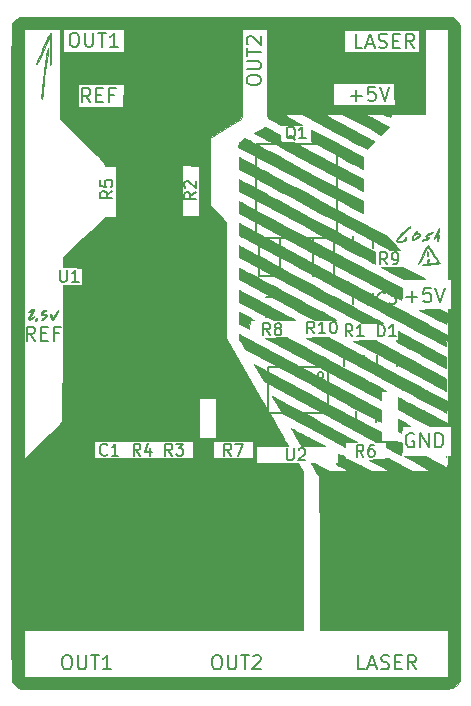
<source format=gbr>
%TF.GenerationSoftware,KiCad,Pcbnew,4.0.7-e2-6376~58~ubuntu16.04.1*%
%TF.CreationDate,2018-10-07T23:02:28+08:00*%
%TF.ProjectId,DVDBreakOut,445644427265616B4F75742E6B696361,rev?*%
%TF.FileFunction,Legend,Top*%
%FSLAX46Y46*%
G04 Gerber Fmt 4.6, Leading zero omitted, Abs format (unit mm)*
G04 Created by KiCad (PCBNEW 4.0.7-e2-6376~58~ubuntu16.04.1) date Sun Oct  7 23:02:28 2018*
%MOMM*%
%LPD*%
G01*
G04 APERTURE LIST*
%ADD10C,0.100000*%
%ADD11C,0.200000*%
%ADD12C,0.150000*%
%ADD13C,0.010000*%
G04 APERTURE END LIST*
D10*
D11*
X82214287Y-73842857D02*
X81814287Y-73271429D01*
X81528572Y-73842857D02*
X81528572Y-72642857D01*
X81985715Y-72642857D01*
X82100001Y-72700000D01*
X82157144Y-72757143D01*
X82214287Y-72871429D01*
X82214287Y-73042857D01*
X82157144Y-73157143D01*
X82100001Y-73214286D01*
X81985715Y-73271429D01*
X81528572Y-73271429D01*
X82728572Y-73214286D02*
X83128572Y-73214286D01*
X83300001Y-73842857D02*
X82728572Y-73842857D01*
X82728572Y-72642857D01*
X83300001Y-72642857D01*
X84214286Y-73214286D02*
X83814286Y-73214286D01*
X83814286Y-73842857D02*
X83814286Y-72642857D01*
X84385715Y-72642857D01*
X108957143Y-53085714D02*
X109871429Y-53085714D01*
X109414286Y-53542857D02*
X109414286Y-52628571D01*
X111014286Y-52342857D02*
X110442857Y-52342857D01*
X110385714Y-52914286D01*
X110442857Y-52857143D01*
X110557143Y-52800000D01*
X110842857Y-52800000D01*
X110957143Y-52857143D01*
X111014286Y-52914286D01*
X111071429Y-53028571D01*
X111071429Y-53314286D01*
X111014286Y-53428571D01*
X110957143Y-53485714D01*
X110842857Y-53542857D01*
X110557143Y-53542857D01*
X110442857Y-53485714D01*
X110385714Y-53428571D01*
X111414286Y-52342857D02*
X111814286Y-53542857D01*
X112214286Y-52342857D01*
X86914287Y-53642857D02*
X86514287Y-53071429D01*
X86228572Y-53642857D02*
X86228572Y-52442857D01*
X86685715Y-52442857D01*
X86800001Y-52500000D01*
X86857144Y-52557143D01*
X86914287Y-52671429D01*
X86914287Y-52842857D01*
X86857144Y-52957143D01*
X86800001Y-53014286D01*
X86685715Y-53071429D01*
X86228572Y-53071429D01*
X87428572Y-53014286D02*
X87828572Y-53014286D01*
X88000001Y-53642857D02*
X87428572Y-53642857D01*
X87428572Y-52442857D01*
X88000001Y-52442857D01*
X88914286Y-53014286D02*
X88514286Y-53014286D01*
X88514286Y-53642857D02*
X88514286Y-52442857D01*
X89085715Y-52442857D01*
X110142858Y-101642857D02*
X109571429Y-101642857D01*
X109571429Y-100442857D01*
X110485715Y-101300000D02*
X111057144Y-101300000D01*
X110371430Y-101642857D02*
X110771430Y-100442857D01*
X111171430Y-101642857D01*
X111514286Y-101585714D02*
X111685715Y-101642857D01*
X111971429Y-101642857D01*
X112085715Y-101585714D01*
X112142858Y-101528571D01*
X112200001Y-101414286D01*
X112200001Y-101300000D01*
X112142858Y-101185714D01*
X112085715Y-101128571D01*
X111971429Y-101071429D01*
X111742858Y-101014286D01*
X111628572Y-100957143D01*
X111571429Y-100900000D01*
X111514286Y-100785714D01*
X111514286Y-100671429D01*
X111571429Y-100557143D01*
X111628572Y-100500000D01*
X111742858Y-100442857D01*
X112028572Y-100442857D01*
X112200001Y-100500000D01*
X112714286Y-101014286D02*
X113114286Y-101014286D01*
X113285715Y-101642857D02*
X112714286Y-101642857D01*
X112714286Y-100442857D01*
X113285715Y-100442857D01*
X114485715Y-101642857D02*
X114085715Y-101071429D01*
X113800000Y-101642857D02*
X113800000Y-100442857D01*
X114257143Y-100442857D01*
X114371429Y-100500000D01*
X114428572Y-100557143D01*
X114485715Y-100671429D01*
X114485715Y-100842857D01*
X114428572Y-100957143D01*
X114371429Y-101014286D01*
X114257143Y-101071429D01*
X113800000Y-101071429D01*
X97528572Y-100442857D02*
X97757143Y-100442857D01*
X97871429Y-100500000D01*
X97985715Y-100614286D01*
X98042857Y-100842857D01*
X98042857Y-101242857D01*
X97985715Y-101471429D01*
X97871429Y-101585714D01*
X97757143Y-101642857D01*
X97528572Y-101642857D01*
X97414286Y-101585714D01*
X97300000Y-101471429D01*
X97242857Y-101242857D01*
X97242857Y-100842857D01*
X97300000Y-100614286D01*
X97414286Y-100500000D01*
X97528572Y-100442857D01*
X98557143Y-100442857D02*
X98557143Y-101414286D01*
X98614286Y-101528571D01*
X98671429Y-101585714D01*
X98785715Y-101642857D01*
X99014286Y-101642857D01*
X99128572Y-101585714D01*
X99185715Y-101528571D01*
X99242858Y-101414286D01*
X99242858Y-100442857D01*
X99642858Y-100442857D02*
X100328572Y-100442857D01*
X99985715Y-101642857D02*
X99985715Y-100442857D01*
X100671429Y-100557143D02*
X100728572Y-100500000D01*
X100842858Y-100442857D01*
X101128572Y-100442857D01*
X101242858Y-100500000D01*
X101300001Y-100557143D01*
X101357144Y-100671429D01*
X101357144Y-100785714D01*
X101300001Y-100957143D01*
X100614287Y-101642857D01*
X101357144Y-101642857D01*
X84828572Y-100442857D02*
X85057143Y-100442857D01*
X85171429Y-100500000D01*
X85285715Y-100614286D01*
X85342857Y-100842857D01*
X85342857Y-101242857D01*
X85285715Y-101471429D01*
X85171429Y-101585714D01*
X85057143Y-101642857D01*
X84828572Y-101642857D01*
X84714286Y-101585714D01*
X84600000Y-101471429D01*
X84542857Y-101242857D01*
X84542857Y-100842857D01*
X84600000Y-100614286D01*
X84714286Y-100500000D01*
X84828572Y-100442857D01*
X85857143Y-100442857D02*
X85857143Y-101414286D01*
X85914286Y-101528571D01*
X85971429Y-101585714D01*
X86085715Y-101642857D01*
X86314286Y-101642857D01*
X86428572Y-101585714D01*
X86485715Y-101528571D01*
X86542858Y-101414286D01*
X86542858Y-100442857D01*
X86942858Y-100442857D02*
X87628572Y-100442857D01*
X87285715Y-101642857D02*
X87285715Y-100442857D01*
X88657144Y-101642857D02*
X87971429Y-101642857D01*
X88314287Y-101642857D02*
X88314287Y-100442857D01*
X88200001Y-100614286D01*
X88085715Y-100728571D01*
X87971429Y-100785714D01*
X114285715Y-81700000D02*
X114171429Y-81642857D01*
X114000000Y-81642857D01*
X113828572Y-81700000D01*
X113714286Y-81814286D01*
X113657143Y-81928571D01*
X113600000Y-82157143D01*
X113600000Y-82328571D01*
X113657143Y-82557143D01*
X113714286Y-82671429D01*
X113828572Y-82785714D01*
X114000000Y-82842857D01*
X114114286Y-82842857D01*
X114285715Y-82785714D01*
X114342858Y-82728571D01*
X114342858Y-82328571D01*
X114114286Y-82328571D01*
X114857143Y-82842857D02*
X114857143Y-81642857D01*
X115542858Y-82842857D01*
X115542858Y-81642857D01*
X116114286Y-82842857D02*
X116114286Y-81642857D01*
X116400001Y-81642857D01*
X116571429Y-81700000D01*
X116685715Y-81814286D01*
X116742858Y-81928571D01*
X116800001Y-82157143D01*
X116800001Y-82328571D01*
X116742858Y-82557143D01*
X116685715Y-82671429D01*
X116571429Y-82785714D01*
X116400001Y-82842857D01*
X116114286Y-82842857D01*
X113657143Y-70085714D02*
X114571429Y-70085714D01*
X114114286Y-70542857D02*
X114114286Y-69628571D01*
X115714286Y-69342857D02*
X115142857Y-69342857D01*
X115085714Y-69914286D01*
X115142857Y-69857143D01*
X115257143Y-69800000D01*
X115542857Y-69800000D01*
X115657143Y-69857143D01*
X115714286Y-69914286D01*
X115771429Y-70028571D01*
X115771429Y-70314286D01*
X115714286Y-70428571D01*
X115657143Y-70485714D01*
X115542857Y-70542857D01*
X115257143Y-70542857D01*
X115142857Y-70485714D01*
X115085714Y-70428571D01*
X116114286Y-69342857D02*
X116514286Y-70542857D01*
X116914286Y-69342857D01*
X109942858Y-49042857D02*
X109371429Y-49042857D01*
X109371429Y-47842857D01*
X110285715Y-48700000D02*
X110857144Y-48700000D01*
X110171430Y-49042857D02*
X110571430Y-47842857D01*
X110971430Y-49042857D01*
X111314286Y-48985714D02*
X111485715Y-49042857D01*
X111771429Y-49042857D01*
X111885715Y-48985714D01*
X111942858Y-48928571D01*
X112000001Y-48814286D01*
X112000001Y-48700000D01*
X111942858Y-48585714D01*
X111885715Y-48528571D01*
X111771429Y-48471429D01*
X111542858Y-48414286D01*
X111428572Y-48357143D01*
X111371429Y-48300000D01*
X111314286Y-48185714D01*
X111314286Y-48071429D01*
X111371429Y-47957143D01*
X111428572Y-47900000D01*
X111542858Y-47842857D01*
X111828572Y-47842857D01*
X112000001Y-47900000D01*
X112514286Y-48414286D02*
X112914286Y-48414286D01*
X113085715Y-49042857D02*
X112514286Y-49042857D01*
X112514286Y-47842857D01*
X113085715Y-47842857D01*
X114285715Y-49042857D02*
X113885715Y-48471429D01*
X113600000Y-49042857D02*
X113600000Y-47842857D01*
X114057143Y-47842857D01*
X114171429Y-47900000D01*
X114228572Y-47957143D01*
X114285715Y-48071429D01*
X114285715Y-48242857D01*
X114228572Y-48357143D01*
X114171429Y-48414286D01*
X114057143Y-48471429D01*
X113600000Y-48471429D01*
X100142857Y-51871428D02*
X100142857Y-51642857D01*
X100200000Y-51528571D01*
X100314286Y-51414285D01*
X100542857Y-51357143D01*
X100942857Y-51357143D01*
X101171429Y-51414285D01*
X101285714Y-51528571D01*
X101342857Y-51642857D01*
X101342857Y-51871428D01*
X101285714Y-51985714D01*
X101171429Y-52100000D01*
X100942857Y-52157143D01*
X100542857Y-52157143D01*
X100314286Y-52100000D01*
X100200000Y-51985714D01*
X100142857Y-51871428D01*
X100142857Y-50842857D02*
X101114286Y-50842857D01*
X101228571Y-50785714D01*
X101285714Y-50728571D01*
X101342857Y-50614285D01*
X101342857Y-50385714D01*
X101285714Y-50271428D01*
X101228571Y-50214285D01*
X101114286Y-50157142D01*
X100142857Y-50157142D01*
X100142857Y-49757142D02*
X100142857Y-49071428D01*
X101342857Y-49414285D02*
X100142857Y-49414285D01*
X100257143Y-48728571D02*
X100200000Y-48671428D01*
X100142857Y-48557142D01*
X100142857Y-48271428D01*
X100200000Y-48157142D01*
X100257143Y-48099999D01*
X100371429Y-48042856D01*
X100485714Y-48042856D01*
X100657143Y-48099999D01*
X101342857Y-48785713D01*
X101342857Y-48042856D01*
X85428572Y-47742857D02*
X85657143Y-47742857D01*
X85771429Y-47800000D01*
X85885715Y-47914286D01*
X85942857Y-48142857D01*
X85942857Y-48542857D01*
X85885715Y-48771429D01*
X85771429Y-48885714D01*
X85657143Y-48942857D01*
X85428572Y-48942857D01*
X85314286Y-48885714D01*
X85200000Y-48771429D01*
X85142857Y-48542857D01*
X85142857Y-48142857D01*
X85200000Y-47914286D01*
X85314286Y-47800000D01*
X85428572Y-47742857D01*
X86457143Y-47742857D02*
X86457143Y-48714286D01*
X86514286Y-48828571D01*
X86571429Y-48885714D01*
X86685715Y-48942857D01*
X86914286Y-48942857D01*
X87028572Y-48885714D01*
X87085715Y-48828571D01*
X87142858Y-48714286D01*
X87142858Y-47742857D01*
X87542858Y-47742857D02*
X88228572Y-47742857D01*
X87885715Y-48942857D02*
X87885715Y-47742857D01*
X89257144Y-48942857D02*
X88571429Y-48942857D01*
X88914287Y-48942857D02*
X88914287Y-47742857D01*
X88800001Y-47914286D01*
X88685715Y-48028571D01*
X88571429Y-48085714D01*
D12*
X86289000Y-74437000D02*
X86289000Y-66563000D01*
X97211000Y-66563000D02*
X97211000Y-74437000D01*
X86289000Y-66563000D02*
X97211000Y-66563000D01*
X97211000Y-74437000D02*
X86289000Y-74437000D01*
X86289000Y-69992000D02*
X87051000Y-69992000D01*
X87051000Y-69992000D02*
X87051000Y-71008000D01*
X87051000Y-71008000D02*
X86289000Y-71008000D01*
X105737000Y-65136000D02*
X105737000Y-68311000D01*
X105737000Y-68311000D02*
X107515000Y-68311000D01*
X107515000Y-68311000D02*
X107515000Y-65136000D01*
X101165000Y-65136000D02*
X101165000Y-68311000D01*
X101165000Y-68311000D02*
X102943000Y-68311000D01*
X102943000Y-68311000D02*
X102943000Y-65136000D01*
X107769000Y-59040000D02*
X107769000Y-65136000D01*
X107769000Y-65136000D02*
X100911000Y-65136000D01*
X100911000Y-65136000D02*
X100911000Y-57262000D01*
X100911000Y-57135000D02*
X107769000Y-57135000D01*
X107769000Y-57262000D02*
X107769000Y-59040000D01*
X106659000Y-76730000D02*
G75*
G03X106659000Y-76730000I-254000J0D01*
G01*
X107040000Y-79955800D02*
X107040000Y-76044200D01*
X101960000Y-79955800D02*
X101960000Y-76044200D01*
X107040000Y-79955800D02*
X101960000Y-79955800D01*
X101960000Y-76044200D02*
X107040000Y-76044200D01*
X87650000Y-79750000D02*
X87650000Y-80750000D01*
X89350000Y-80750000D02*
X89350000Y-79750000D01*
X109150000Y-69750000D02*
X109150000Y-70750000D01*
X110850000Y-70750000D02*
X110850000Y-69750000D01*
X111150000Y-75000000D02*
X111150000Y-76000000D01*
X112850000Y-76000000D02*
X112850000Y-75000000D01*
X110100000Y-76000000D02*
X110100000Y-75000000D01*
X108400000Y-75000000D02*
X108400000Y-76000000D01*
X89650000Y-60500000D02*
X89650000Y-61500000D01*
X91350000Y-61500000D02*
X91350000Y-60500000D01*
X94850000Y-80750000D02*
X94850000Y-79750000D01*
X93150000Y-79750000D02*
X93150000Y-80750000D01*
X90400000Y-79750000D02*
X90400000Y-80750000D01*
X92100000Y-80750000D02*
X92100000Y-79750000D01*
X94100000Y-61500000D02*
X94100000Y-60500000D01*
X92400000Y-60500000D02*
X92400000Y-61500000D01*
X109400000Y-79750000D02*
X109400000Y-80750000D01*
X111100000Y-80750000D02*
X111100000Y-79750000D01*
X98150000Y-79750000D02*
X98150000Y-80750000D01*
X99850000Y-80750000D02*
X99850000Y-79750000D01*
X101750000Y-71850000D02*
X102750000Y-71850000D01*
X102750000Y-70150000D02*
X101750000Y-70150000D01*
X110850000Y-66000000D02*
X110850000Y-65000000D01*
X109150000Y-65000000D02*
X109150000Y-66000000D01*
X106000000Y-71850000D02*
X107000000Y-71850000D01*
X107000000Y-70150000D02*
X106000000Y-70150000D01*
D13*
G36*
X100680293Y-46380841D02*
X102078292Y-46380869D01*
X103396370Y-46380930D01*
X104636899Y-46381033D01*
X105802252Y-46381187D01*
X106894801Y-46381404D01*
X107916920Y-46381693D01*
X108870980Y-46382065D01*
X109759355Y-46382530D01*
X110584417Y-46383097D01*
X111348539Y-46383778D01*
X112054093Y-46384582D01*
X112703452Y-46385519D01*
X113298989Y-46386601D01*
X113843077Y-46387836D01*
X114338087Y-46389235D01*
X114786393Y-46390808D01*
X115190368Y-46392566D01*
X115552383Y-46394518D01*
X115874812Y-46396675D01*
X116160027Y-46399047D01*
X116410401Y-46401644D01*
X116628306Y-46404476D01*
X116816116Y-46407554D01*
X116976203Y-46410888D01*
X117110939Y-46414487D01*
X117222697Y-46418362D01*
X117313849Y-46422524D01*
X117386770Y-46426981D01*
X117443830Y-46431746D01*
X117487403Y-46436827D01*
X117519861Y-46442235D01*
X117543577Y-46447980D01*
X117560924Y-46454072D01*
X117572667Y-46459656D01*
X117801011Y-46618520D01*
X117997929Y-46825788D01*
X118094960Y-46973500D01*
X118186500Y-47142833D01*
X118186500Y-102557167D01*
X118094960Y-102726500D01*
X117936248Y-102948431D01*
X117725002Y-103142724D01*
X117572667Y-103240344D01*
X117558887Y-103246758D01*
X117540757Y-103252816D01*
X117515901Y-103258531D01*
X117481941Y-103263912D01*
X117436502Y-103268971D01*
X117377206Y-103273720D01*
X117301676Y-103278169D01*
X117207537Y-103282329D01*
X117092410Y-103286212D01*
X116953919Y-103289829D01*
X116789688Y-103293191D01*
X116597340Y-103296308D01*
X116374497Y-103299194D01*
X116118784Y-103301857D01*
X115827823Y-103304310D01*
X115499237Y-103306564D01*
X115130651Y-103308629D01*
X114719686Y-103310517D01*
X114263967Y-103312240D01*
X113761116Y-103313808D01*
X113208757Y-103315232D01*
X112604513Y-103316523D01*
X111946007Y-103317694D01*
X111230863Y-103318754D01*
X110456703Y-103319715D01*
X109621151Y-103320589D01*
X108721830Y-103321385D01*
X107756364Y-103322116D01*
X106722375Y-103322793D01*
X105617487Y-103323426D01*
X104439323Y-103324028D01*
X103185506Y-103324608D01*
X101853660Y-103325178D01*
X100441407Y-103325750D01*
X99263500Y-103326211D01*
X98027154Y-103326616D01*
X96811910Y-103326866D01*
X95620525Y-103326966D01*
X94455757Y-103326918D01*
X93320364Y-103326727D01*
X92217103Y-103326397D01*
X91148733Y-103325932D01*
X90118011Y-103325334D01*
X89127694Y-103324609D01*
X88180541Y-103323760D01*
X87279308Y-103322791D01*
X86426755Y-103321705D01*
X85625637Y-103320507D01*
X84878714Y-103319200D01*
X84188743Y-103317788D01*
X83558482Y-103316275D01*
X82990688Y-103314664D01*
X82488119Y-103312961D01*
X82053532Y-103311167D01*
X81689686Y-103309288D01*
X81399339Y-103307327D01*
X81185247Y-103305288D01*
X81050169Y-103303175D01*
X80996862Y-103300991D01*
X80996393Y-103300880D01*
X80726265Y-103175715D01*
X80491055Y-102981398D01*
X80306502Y-102731243D01*
X80292323Y-102705333D01*
X80287103Y-102693965D01*
X80282119Y-102678652D01*
X80277365Y-102657475D01*
X80272836Y-102628517D01*
X80268526Y-102589857D01*
X80264429Y-102539578D01*
X80260541Y-102475759D01*
X80256856Y-102396482D01*
X80253368Y-102299828D01*
X80250072Y-102183878D01*
X80246963Y-102046712D01*
X80244035Y-101886413D01*
X80241283Y-101701061D01*
X80238701Y-101488737D01*
X80236284Y-101247523D01*
X80234026Y-100975498D01*
X80231922Y-100670745D01*
X80229967Y-100331343D01*
X80228155Y-99955375D01*
X80226481Y-99540922D01*
X80224939Y-99086064D01*
X80223525Y-98588882D01*
X80222943Y-98345000D01*
X81250667Y-98345000D01*
X81250667Y-102282000D01*
X117149334Y-102282000D01*
X117149334Y-98345000D01*
X106312000Y-98345000D01*
X106312000Y-91804500D01*
X106311889Y-90909365D01*
X106311535Y-90095418D01*
X106310911Y-89359183D01*
X106309986Y-88697181D01*
X106308733Y-88105934D01*
X106307121Y-87581965D01*
X106305122Y-87121795D01*
X106302706Y-86721948D01*
X106299846Y-86378946D01*
X106296511Y-86089310D01*
X106292674Y-85849564D01*
X106288304Y-85656228D01*
X106283372Y-85505826D01*
X106277851Y-85394880D01*
X106271710Y-85319913D01*
X106264920Y-85277445D01*
X106257454Y-85264000D01*
X106257425Y-85264000D01*
X106218013Y-85229081D01*
X106146747Y-85133097D01*
X106052506Y-84989205D01*
X105944169Y-84810563D01*
X105900311Y-84734833D01*
X105597771Y-84205667D01*
X105774969Y-84206300D01*
X105864465Y-84215814D01*
X105973845Y-84247410D01*
X106116376Y-84306571D01*
X106305326Y-84398779D01*
X106543304Y-84523800D01*
X107134441Y-84840667D01*
X108746167Y-84838471D01*
X108174667Y-84532652D01*
X107959175Y-84416425D01*
X107810913Y-84333282D01*
X107721926Y-84277376D01*
X107684260Y-84242856D01*
X107689961Y-84223874D01*
X107731074Y-84214580D01*
X107740750Y-84213568D01*
X107878334Y-84200302D01*
X107878334Y-83800818D01*
X107880532Y-83628631D01*
X107886439Y-83493705D01*
X107895021Y-83414489D01*
X107900707Y-83401333D01*
X107947068Y-83419032D01*
X108046982Y-83465408D01*
X108177457Y-83529742D01*
X108349032Y-83631537D01*
X108451655Y-83727006D01*
X108471536Y-83762575D01*
X108517833Y-83835962D01*
X108600251Y-83864356D01*
X108662524Y-83867000D01*
X108737127Y-83879047D01*
X108848610Y-83917525D01*
X109004576Y-83985941D01*
X109212631Y-84087799D01*
X109480380Y-84226606D01*
X109720675Y-84354772D01*
X110627540Y-84842544D01*
X111416515Y-84831022D01*
X112205489Y-84819500D01*
X111335094Y-84353833D01*
X110464698Y-83888167D01*
X111169926Y-83867000D01*
X111429289Y-83858745D01*
X111616371Y-83850688D01*
X111743527Y-83840911D01*
X111823115Y-83827496D01*
X111867494Y-83808526D01*
X111889021Y-83782084D01*
X111898160Y-83753995D01*
X111908878Y-83729888D01*
X111931689Y-83718543D01*
X111974603Y-83723501D01*
X112045630Y-83748305D01*
X112152779Y-83796500D01*
X112304060Y-83871626D01*
X112507483Y-83977227D01*
X112771058Y-84116845D01*
X113024922Y-84252373D01*
X114128677Y-84842590D01*
X115702915Y-84819500D01*
X114574041Y-84216602D01*
X113445167Y-83613703D01*
X114386464Y-83613352D01*
X115327761Y-83613000D01*
X116185631Y-84074416D01*
X116459657Y-84222076D01*
X116668219Y-84336080D01*
X116820432Y-84422854D01*
X116925411Y-84488820D01*
X116992271Y-84540403D01*
X117030128Y-84584027D01*
X117048096Y-84626114D01*
X117055291Y-84673090D01*
X117056639Y-84688249D01*
X117074976Y-84787919D01*
X117103416Y-84838929D01*
X117109556Y-84840667D01*
X117124499Y-84800423D01*
X117136612Y-84688000D01*
X117145085Y-84515864D01*
X117149113Y-84296477D01*
X117149334Y-84226833D01*
X117149334Y-83613000D01*
X117403334Y-83613000D01*
X117403334Y-81078624D01*
X117286917Y-81065228D01*
X117170500Y-81051833D01*
X117159741Y-76109417D01*
X117148982Y-71167000D01*
X117403334Y-71167000D01*
X117403334Y-68632624D01*
X117286917Y-68619228D01*
X117170500Y-68605833D01*
X117159834Y-58011916D01*
X117149167Y-47418000D01*
X115202000Y-47418000D01*
X115202000Y-54614667D01*
X112323334Y-54614667D01*
X112323334Y-54762833D01*
X112319522Y-54860836D01*
X112310153Y-54909745D01*
X112308185Y-54911000D01*
X112266138Y-54892858D01*
X112168714Y-54844869D01*
X112035420Y-54776687D01*
X112008775Y-54762833D01*
X111724515Y-54614666D01*
X110955007Y-54616013D01*
X110683339Y-54617057D01*
X110486527Y-54619719D01*
X110354763Y-54624932D01*
X110278240Y-54633629D01*
X110247151Y-54646745D01*
X110251686Y-54665211D01*
X110269985Y-54681202D01*
X110329925Y-54718378D01*
X110453366Y-54788846D01*
X110628953Y-54886340D01*
X110845331Y-55004597D01*
X111091142Y-55137351D01*
X111277925Y-55237298D01*
X112201379Y-55729551D01*
X111546035Y-56388761D01*
X111204434Y-56202841D01*
X111084710Y-56138063D01*
X110901914Y-56039662D01*
X110667670Y-55913872D01*
X110393604Y-55766927D01*
X110091341Y-55605062D01*
X109772507Y-55434511D01*
X109550500Y-55315866D01*
X108238167Y-54614811D01*
X107457117Y-54614739D01*
X107197201Y-54616616D01*
X106983482Y-54621967D01*
X106825909Y-54630289D01*
X106734431Y-54641083D01*
X106716283Y-54652030D01*
X106760174Y-54678457D01*
X106871892Y-54740978D01*
X107044552Y-54835857D01*
X107271266Y-54959360D01*
X107545150Y-55107754D01*
X107859316Y-55277304D01*
X108206877Y-55464276D01*
X108580948Y-55664935D01*
X108830834Y-55798681D01*
X109217880Y-56005889D01*
X109582553Y-56201559D01*
X109918005Y-56381988D01*
X110217391Y-56543472D01*
X110473865Y-56682309D01*
X110680581Y-56794796D01*
X110830694Y-56877228D01*
X110917357Y-56925904D01*
X110936386Y-56937654D01*
X110921261Y-56977596D01*
X110855966Y-57062416D01*
X110751673Y-57178627D01*
X110652520Y-57280323D01*
X110509962Y-57419868D01*
X110411972Y-57507576D01*
X110344259Y-57552471D01*
X110292531Y-57563577D01*
X110242500Y-57549920D01*
X110232570Y-57545527D01*
X110178633Y-57517934D01*
X110056382Y-57453506D01*
X109872037Y-57355573D01*
X109631821Y-57227462D01*
X109341954Y-57072502D01*
X109008657Y-56894021D01*
X108638152Y-56695346D01*
X108236658Y-56479806D01*
X107810398Y-56250730D01*
X107468437Y-56066791D01*
X104809167Y-54635833D01*
X104011307Y-54622642D01*
X103721756Y-54619870D01*
X103494356Y-54621944D01*
X103335211Y-54628651D01*
X103250427Y-54639779D01*
X103238285Y-54649640D01*
X103281598Y-54680773D01*
X103388422Y-54744798D01*
X103547315Y-54835233D01*
X103746832Y-54945598D01*
X103975529Y-55069412D01*
X104046470Y-55107331D01*
X104829817Y-55524833D01*
X103003511Y-55547669D01*
X102461659Y-55262187D01*
X101919806Y-54976705D01*
X101893704Y-54700436D01*
X101889669Y-54615741D01*
X101885817Y-54453283D01*
X101882197Y-54219962D01*
X101878857Y-53922683D01*
X101878622Y-53895000D01*
X107453411Y-53895000D01*
X112663590Y-53895000D01*
X112652212Y-52931917D01*
X112640834Y-51968833D01*
X107476167Y-51968833D01*
X107464789Y-52931917D01*
X107453411Y-53895000D01*
X101878622Y-53895000D01*
X101875845Y-53568346D01*
X101873209Y-53163855D01*
X101870998Y-52716112D01*
X101869260Y-52232020D01*
X101868043Y-51718480D01*
X101867396Y-51182395D01*
X101867301Y-50921083D01*
X101867008Y-47502667D01*
X108344000Y-47502667D01*
X108344000Y-49407667D01*
X114694000Y-49407667D01*
X114694000Y-47502667D01*
X108344000Y-47502667D01*
X101867008Y-47502667D01*
X101867000Y-47418000D01*
X99750334Y-47418000D01*
X99745385Y-50984583D01*
X99744312Y-51533635D01*
X99742675Y-52063249D01*
X99740530Y-52566613D01*
X99737934Y-53036915D01*
X99734943Y-53467342D01*
X99731613Y-53851082D01*
X99728000Y-54181321D01*
X99724162Y-54451247D01*
X99720154Y-54654048D01*
X99716033Y-54782910D01*
X99713635Y-54820869D01*
X99686834Y-55090572D01*
X98353334Y-55860414D01*
X97019834Y-56630257D01*
X97008958Y-59485568D01*
X96998082Y-62340878D01*
X97696874Y-63038708D01*
X98395667Y-63736537D01*
X98395667Y-73638354D01*
X101020334Y-78180987D01*
X101350143Y-78751973D01*
X101667983Y-79302566D01*
X101971302Y-79828331D01*
X102257552Y-80324836D01*
X102524181Y-80787645D01*
X102768640Y-81212325D01*
X102988380Y-81594441D01*
X103180849Y-81929559D01*
X103343498Y-82213245D01*
X103473777Y-82441065D01*
X103569137Y-82608584D01*
X103627026Y-82711370D01*
X103645000Y-82744976D01*
X103604337Y-82750163D01*
X103489026Y-82754895D01*
X103309088Y-82759015D01*
X103074540Y-82762364D01*
X102795401Y-82764785D01*
X102481692Y-82766119D01*
X102290334Y-82766333D01*
X100935667Y-82766333D01*
X100935667Y-84205667D01*
X102724250Y-84206580D01*
X104512834Y-84207493D01*
X104692750Y-84529971D01*
X104872667Y-84852448D01*
X104872667Y-98345000D01*
X81250667Y-98345000D01*
X80222943Y-98345000D01*
X80222231Y-98047457D01*
X80221053Y-97459871D01*
X80219987Y-96824204D01*
X80219025Y-96138538D01*
X80218163Y-95400953D01*
X80217395Y-94609531D01*
X80216716Y-93762353D01*
X80216120Y-92857499D01*
X80215603Y-91893051D01*
X80215158Y-90867089D01*
X80214780Y-89777696D01*
X80214464Y-88622951D01*
X80214204Y-87400936D01*
X80213995Y-86109731D01*
X80213832Y-84747419D01*
X80213708Y-83312079D01*
X80213619Y-81801793D01*
X80213559Y-80214643D01*
X80213523Y-78548708D01*
X80213505Y-76802070D01*
X80213500Y-74972811D01*
X80213500Y-74850000D01*
X80213505Y-73015259D01*
X80213522Y-71263265D01*
X80213556Y-69592100D01*
X80213614Y-67999845D01*
X80213701Y-66484581D01*
X80213823Y-65044388D01*
X80213983Y-63677349D01*
X80214189Y-62381543D01*
X80214445Y-61155053D01*
X80214758Y-59995958D01*
X80215131Y-58902340D01*
X80215572Y-57872280D01*
X80216084Y-56903860D01*
X80216674Y-55995159D01*
X80217348Y-55144260D01*
X80218110Y-54349242D01*
X80218965Y-53608188D01*
X80219920Y-52919178D01*
X80220980Y-52280294D01*
X80222150Y-51689616D01*
X80223436Y-51145225D01*
X80224843Y-50645202D01*
X80226376Y-50187629D01*
X80228042Y-49770586D01*
X80229844Y-49392155D01*
X80231790Y-49050416D01*
X80233883Y-48743451D01*
X80236131Y-48469340D01*
X80238537Y-48226165D01*
X80241108Y-48012006D01*
X80243849Y-47824945D01*
X80246766Y-47663063D01*
X80249863Y-47524441D01*
X80252842Y-47418000D01*
X81250667Y-47418000D01*
X81250667Y-83916207D01*
X81386047Y-83783294D01*
X97295000Y-83783294D01*
X98998917Y-83772230D01*
X100702834Y-83761167D01*
X100702834Y-82321833D01*
X98998917Y-82310770D01*
X97295000Y-82299706D01*
X97295000Y-83783294D01*
X81386047Y-83783294D01*
X82853075Y-82343000D01*
X87177334Y-82343000D01*
X87177334Y-83782333D01*
X95601667Y-83782333D01*
X95601667Y-82343000D01*
X87177334Y-82343000D01*
X82853075Y-82343000D01*
X82878894Y-82317652D01*
X83187466Y-82014035D01*
X83477752Y-81727115D01*
X83744120Y-81462551D01*
X83980936Y-81225998D01*
X84182568Y-81023114D01*
X84343381Y-80859554D01*
X84457742Y-80740977D01*
X84520019Y-80673038D01*
X84529894Y-80659753D01*
X84532631Y-80611004D01*
X84535273Y-80482517D01*
X84537803Y-80279220D01*
X84540200Y-80006042D01*
X84542445Y-79667912D01*
X84544518Y-79269757D01*
X84546402Y-78816506D01*
X84546922Y-78660000D01*
X96109667Y-78660000D01*
X96109667Y-82046667D01*
X97549000Y-82046667D01*
X97549000Y-78660000D01*
X96109667Y-78660000D01*
X84546922Y-78660000D01*
X84548075Y-78313089D01*
X84549519Y-77764432D01*
X84550715Y-77175465D01*
X84551644Y-76551116D01*
X84552285Y-75896314D01*
X84552620Y-75215987D01*
X84552667Y-74846537D01*
X84552667Y-69092667D01*
X85400333Y-69092667D01*
X86247999Y-69092666D01*
X86236416Y-68362417D01*
X86224834Y-67632167D01*
X85388750Y-67620688D01*
X84552667Y-67609210D01*
X84552939Y-67155022D01*
X84553212Y-66700833D01*
X86326113Y-65092167D01*
X86654375Y-64793379D01*
X86963699Y-64510024D01*
X87248380Y-64247447D01*
X87502715Y-64010994D01*
X87721001Y-63806014D01*
X87897536Y-63637853D01*
X88026615Y-63511857D01*
X88102535Y-63433374D01*
X88121044Y-63409417D01*
X88140307Y-63376694D01*
X88184821Y-63355176D01*
X88269532Y-63342612D01*
X88409385Y-63336748D01*
X88612704Y-63335333D01*
X89082334Y-63335333D01*
X89082334Y-63250667D01*
X94670334Y-63250667D01*
X96110450Y-63250667D01*
X96088500Y-58996167D01*
X94670334Y-58972953D01*
X94670334Y-63250667D01*
X89082334Y-63250667D01*
X89082334Y-59059667D01*
X88108667Y-59059667D01*
X88108667Y-58921905D01*
X88104590Y-58889680D01*
X88089487Y-58850512D01*
X88059050Y-58799780D01*
X88008971Y-58732861D01*
X87934943Y-58645134D01*
X87832658Y-58531975D01*
X87697807Y-58388764D01*
X87526083Y-58210878D01*
X87313179Y-57993696D01*
X87054785Y-57732594D01*
X86746595Y-57422951D01*
X86384301Y-57060145D01*
X86224834Y-56900667D01*
X84341000Y-55017190D01*
X84341000Y-52074667D01*
X85865000Y-52074667D01*
X85865000Y-54022863D01*
X87780584Y-54011848D01*
X89696167Y-54000833D01*
X89718923Y-52074667D01*
X85865000Y-52074667D01*
X84341000Y-52074667D01*
X84341000Y-47418000D01*
X84595000Y-47418000D01*
X84595000Y-49365333D01*
X89759667Y-49365333D01*
X89759667Y-47418000D01*
X84595000Y-47418000D01*
X84341000Y-47418000D01*
X81250667Y-47418000D01*
X80252842Y-47418000D01*
X80253146Y-47407159D01*
X80256621Y-47309299D01*
X80260293Y-47228942D01*
X80264168Y-47164169D01*
X80268251Y-47113061D01*
X80272547Y-47073698D01*
X80277062Y-47044163D01*
X80281801Y-47022535D01*
X80286770Y-47006897D01*
X80291973Y-46995329D01*
X80292323Y-46994667D01*
X80451187Y-46766323D01*
X80658455Y-46569404D01*
X80806167Y-46472374D01*
X80975500Y-46380833D01*
X99200000Y-46380833D01*
X100680293Y-46380841D01*
X100680293Y-46380841D01*
G37*
X100680293Y-46380841D02*
X102078292Y-46380869D01*
X103396370Y-46380930D01*
X104636899Y-46381033D01*
X105802252Y-46381187D01*
X106894801Y-46381404D01*
X107916920Y-46381693D01*
X108870980Y-46382065D01*
X109759355Y-46382530D01*
X110584417Y-46383097D01*
X111348539Y-46383778D01*
X112054093Y-46384582D01*
X112703452Y-46385519D01*
X113298989Y-46386601D01*
X113843077Y-46387836D01*
X114338087Y-46389235D01*
X114786393Y-46390808D01*
X115190368Y-46392566D01*
X115552383Y-46394518D01*
X115874812Y-46396675D01*
X116160027Y-46399047D01*
X116410401Y-46401644D01*
X116628306Y-46404476D01*
X116816116Y-46407554D01*
X116976203Y-46410888D01*
X117110939Y-46414487D01*
X117222697Y-46418362D01*
X117313849Y-46422524D01*
X117386770Y-46426981D01*
X117443830Y-46431746D01*
X117487403Y-46436827D01*
X117519861Y-46442235D01*
X117543577Y-46447980D01*
X117560924Y-46454072D01*
X117572667Y-46459656D01*
X117801011Y-46618520D01*
X117997929Y-46825788D01*
X118094960Y-46973500D01*
X118186500Y-47142833D01*
X118186500Y-102557167D01*
X118094960Y-102726500D01*
X117936248Y-102948431D01*
X117725002Y-103142724D01*
X117572667Y-103240344D01*
X117558887Y-103246758D01*
X117540757Y-103252816D01*
X117515901Y-103258531D01*
X117481941Y-103263912D01*
X117436502Y-103268971D01*
X117377206Y-103273720D01*
X117301676Y-103278169D01*
X117207537Y-103282329D01*
X117092410Y-103286212D01*
X116953919Y-103289829D01*
X116789688Y-103293191D01*
X116597340Y-103296308D01*
X116374497Y-103299194D01*
X116118784Y-103301857D01*
X115827823Y-103304310D01*
X115499237Y-103306564D01*
X115130651Y-103308629D01*
X114719686Y-103310517D01*
X114263967Y-103312240D01*
X113761116Y-103313808D01*
X113208757Y-103315232D01*
X112604513Y-103316523D01*
X111946007Y-103317694D01*
X111230863Y-103318754D01*
X110456703Y-103319715D01*
X109621151Y-103320589D01*
X108721830Y-103321385D01*
X107756364Y-103322116D01*
X106722375Y-103322793D01*
X105617487Y-103323426D01*
X104439323Y-103324028D01*
X103185506Y-103324608D01*
X101853660Y-103325178D01*
X100441407Y-103325750D01*
X99263500Y-103326211D01*
X98027154Y-103326616D01*
X96811910Y-103326866D01*
X95620525Y-103326966D01*
X94455757Y-103326918D01*
X93320364Y-103326727D01*
X92217103Y-103326397D01*
X91148733Y-103325932D01*
X90118011Y-103325334D01*
X89127694Y-103324609D01*
X88180541Y-103323760D01*
X87279308Y-103322791D01*
X86426755Y-103321705D01*
X85625637Y-103320507D01*
X84878714Y-103319200D01*
X84188743Y-103317788D01*
X83558482Y-103316275D01*
X82990688Y-103314664D01*
X82488119Y-103312961D01*
X82053532Y-103311167D01*
X81689686Y-103309288D01*
X81399339Y-103307327D01*
X81185247Y-103305288D01*
X81050169Y-103303175D01*
X80996862Y-103300991D01*
X80996393Y-103300880D01*
X80726265Y-103175715D01*
X80491055Y-102981398D01*
X80306502Y-102731243D01*
X80292323Y-102705333D01*
X80287103Y-102693965D01*
X80282119Y-102678652D01*
X80277365Y-102657475D01*
X80272836Y-102628517D01*
X80268526Y-102589857D01*
X80264429Y-102539578D01*
X80260541Y-102475759D01*
X80256856Y-102396482D01*
X80253368Y-102299828D01*
X80250072Y-102183878D01*
X80246963Y-102046712D01*
X80244035Y-101886413D01*
X80241283Y-101701061D01*
X80238701Y-101488737D01*
X80236284Y-101247523D01*
X80234026Y-100975498D01*
X80231922Y-100670745D01*
X80229967Y-100331343D01*
X80228155Y-99955375D01*
X80226481Y-99540922D01*
X80224939Y-99086064D01*
X80223525Y-98588882D01*
X80222943Y-98345000D01*
X81250667Y-98345000D01*
X81250667Y-102282000D01*
X117149334Y-102282000D01*
X117149334Y-98345000D01*
X106312000Y-98345000D01*
X106312000Y-91804500D01*
X106311889Y-90909365D01*
X106311535Y-90095418D01*
X106310911Y-89359183D01*
X106309986Y-88697181D01*
X106308733Y-88105934D01*
X106307121Y-87581965D01*
X106305122Y-87121795D01*
X106302706Y-86721948D01*
X106299846Y-86378946D01*
X106296511Y-86089310D01*
X106292674Y-85849564D01*
X106288304Y-85656228D01*
X106283372Y-85505826D01*
X106277851Y-85394880D01*
X106271710Y-85319913D01*
X106264920Y-85277445D01*
X106257454Y-85264000D01*
X106257425Y-85264000D01*
X106218013Y-85229081D01*
X106146747Y-85133097D01*
X106052506Y-84989205D01*
X105944169Y-84810563D01*
X105900311Y-84734833D01*
X105597771Y-84205667D01*
X105774969Y-84206300D01*
X105864465Y-84215814D01*
X105973845Y-84247410D01*
X106116376Y-84306571D01*
X106305326Y-84398779D01*
X106543304Y-84523800D01*
X107134441Y-84840667D01*
X108746167Y-84838471D01*
X108174667Y-84532652D01*
X107959175Y-84416425D01*
X107810913Y-84333282D01*
X107721926Y-84277376D01*
X107684260Y-84242856D01*
X107689961Y-84223874D01*
X107731074Y-84214580D01*
X107740750Y-84213568D01*
X107878334Y-84200302D01*
X107878334Y-83800818D01*
X107880532Y-83628631D01*
X107886439Y-83493705D01*
X107895021Y-83414489D01*
X107900707Y-83401333D01*
X107947068Y-83419032D01*
X108046982Y-83465408D01*
X108177457Y-83529742D01*
X108349032Y-83631537D01*
X108451655Y-83727006D01*
X108471536Y-83762575D01*
X108517833Y-83835962D01*
X108600251Y-83864356D01*
X108662524Y-83867000D01*
X108737127Y-83879047D01*
X108848610Y-83917525D01*
X109004576Y-83985941D01*
X109212631Y-84087799D01*
X109480380Y-84226606D01*
X109720675Y-84354772D01*
X110627540Y-84842544D01*
X111416515Y-84831022D01*
X112205489Y-84819500D01*
X111335094Y-84353833D01*
X110464698Y-83888167D01*
X111169926Y-83867000D01*
X111429289Y-83858745D01*
X111616371Y-83850688D01*
X111743527Y-83840911D01*
X111823115Y-83827496D01*
X111867494Y-83808526D01*
X111889021Y-83782084D01*
X111898160Y-83753995D01*
X111908878Y-83729888D01*
X111931689Y-83718543D01*
X111974603Y-83723501D01*
X112045630Y-83748305D01*
X112152779Y-83796500D01*
X112304060Y-83871626D01*
X112507483Y-83977227D01*
X112771058Y-84116845D01*
X113024922Y-84252373D01*
X114128677Y-84842590D01*
X115702915Y-84819500D01*
X114574041Y-84216602D01*
X113445167Y-83613703D01*
X114386464Y-83613352D01*
X115327761Y-83613000D01*
X116185631Y-84074416D01*
X116459657Y-84222076D01*
X116668219Y-84336080D01*
X116820432Y-84422854D01*
X116925411Y-84488820D01*
X116992271Y-84540403D01*
X117030128Y-84584027D01*
X117048096Y-84626114D01*
X117055291Y-84673090D01*
X117056639Y-84688249D01*
X117074976Y-84787919D01*
X117103416Y-84838929D01*
X117109556Y-84840667D01*
X117124499Y-84800423D01*
X117136612Y-84688000D01*
X117145085Y-84515864D01*
X117149113Y-84296477D01*
X117149334Y-84226833D01*
X117149334Y-83613000D01*
X117403334Y-83613000D01*
X117403334Y-81078624D01*
X117286917Y-81065228D01*
X117170500Y-81051833D01*
X117159741Y-76109417D01*
X117148982Y-71167000D01*
X117403334Y-71167000D01*
X117403334Y-68632624D01*
X117286917Y-68619228D01*
X117170500Y-68605833D01*
X117159834Y-58011916D01*
X117149167Y-47418000D01*
X115202000Y-47418000D01*
X115202000Y-54614667D01*
X112323334Y-54614667D01*
X112323334Y-54762833D01*
X112319522Y-54860836D01*
X112310153Y-54909745D01*
X112308185Y-54911000D01*
X112266138Y-54892858D01*
X112168714Y-54844869D01*
X112035420Y-54776687D01*
X112008775Y-54762833D01*
X111724515Y-54614666D01*
X110955007Y-54616013D01*
X110683339Y-54617057D01*
X110486527Y-54619719D01*
X110354763Y-54624932D01*
X110278240Y-54633629D01*
X110247151Y-54646745D01*
X110251686Y-54665211D01*
X110269985Y-54681202D01*
X110329925Y-54718378D01*
X110453366Y-54788846D01*
X110628953Y-54886340D01*
X110845331Y-55004597D01*
X111091142Y-55137351D01*
X111277925Y-55237298D01*
X112201379Y-55729551D01*
X111546035Y-56388761D01*
X111204434Y-56202841D01*
X111084710Y-56138063D01*
X110901914Y-56039662D01*
X110667670Y-55913872D01*
X110393604Y-55766927D01*
X110091341Y-55605062D01*
X109772507Y-55434511D01*
X109550500Y-55315866D01*
X108238167Y-54614811D01*
X107457117Y-54614739D01*
X107197201Y-54616616D01*
X106983482Y-54621967D01*
X106825909Y-54630289D01*
X106734431Y-54641083D01*
X106716283Y-54652030D01*
X106760174Y-54678457D01*
X106871892Y-54740978D01*
X107044552Y-54835857D01*
X107271266Y-54959360D01*
X107545150Y-55107754D01*
X107859316Y-55277304D01*
X108206877Y-55464276D01*
X108580948Y-55664935D01*
X108830834Y-55798681D01*
X109217880Y-56005889D01*
X109582553Y-56201559D01*
X109918005Y-56381988D01*
X110217391Y-56543472D01*
X110473865Y-56682309D01*
X110680581Y-56794796D01*
X110830694Y-56877228D01*
X110917357Y-56925904D01*
X110936386Y-56937654D01*
X110921261Y-56977596D01*
X110855966Y-57062416D01*
X110751673Y-57178627D01*
X110652520Y-57280323D01*
X110509962Y-57419868D01*
X110411972Y-57507576D01*
X110344259Y-57552471D01*
X110292531Y-57563577D01*
X110242500Y-57549920D01*
X110232570Y-57545527D01*
X110178633Y-57517934D01*
X110056382Y-57453506D01*
X109872037Y-57355573D01*
X109631821Y-57227462D01*
X109341954Y-57072502D01*
X109008657Y-56894021D01*
X108638152Y-56695346D01*
X108236658Y-56479806D01*
X107810398Y-56250730D01*
X107468437Y-56066791D01*
X104809167Y-54635833D01*
X104011307Y-54622642D01*
X103721756Y-54619870D01*
X103494356Y-54621944D01*
X103335211Y-54628651D01*
X103250427Y-54639779D01*
X103238285Y-54649640D01*
X103281598Y-54680773D01*
X103388422Y-54744798D01*
X103547315Y-54835233D01*
X103746832Y-54945598D01*
X103975529Y-55069412D01*
X104046470Y-55107331D01*
X104829817Y-55524833D01*
X103003511Y-55547669D01*
X102461659Y-55262187D01*
X101919806Y-54976705D01*
X101893704Y-54700436D01*
X101889669Y-54615741D01*
X101885817Y-54453283D01*
X101882197Y-54219962D01*
X101878857Y-53922683D01*
X101878622Y-53895000D01*
X107453411Y-53895000D01*
X112663590Y-53895000D01*
X112652212Y-52931917D01*
X112640834Y-51968833D01*
X107476167Y-51968833D01*
X107464789Y-52931917D01*
X107453411Y-53895000D01*
X101878622Y-53895000D01*
X101875845Y-53568346D01*
X101873209Y-53163855D01*
X101870998Y-52716112D01*
X101869260Y-52232020D01*
X101868043Y-51718480D01*
X101867396Y-51182395D01*
X101867301Y-50921083D01*
X101867008Y-47502667D01*
X108344000Y-47502667D01*
X108344000Y-49407667D01*
X114694000Y-49407667D01*
X114694000Y-47502667D01*
X108344000Y-47502667D01*
X101867008Y-47502667D01*
X101867000Y-47418000D01*
X99750334Y-47418000D01*
X99745385Y-50984583D01*
X99744312Y-51533635D01*
X99742675Y-52063249D01*
X99740530Y-52566613D01*
X99737934Y-53036915D01*
X99734943Y-53467342D01*
X99731613Y-53851082D01*
X99728000Y-54181321D01*
X99724162Y-54451247D01*
X99720154Y-54654048D01*
X99716033Y-54782910D01*
X99713635Y-54820869D01*
X99686834Y-55090572D01*
X98353334Y-55860414D01*
X97019834Y-56630257D01*
X97008958Y-59485568D01*
X96998082Y-62340878D01*
X97696874Y-63038708D01*
X98395667Y-63736537D01*
X98395667Y-73638354D01*
X101020334Y-78180987D01*
X101350143Y-78751973D01*
X101667983Y-79302566D01*
X101971302Y-79828331D01*
X102257552Y-80324836D01*
X102524181Y-80787645D01*
X102768640Y-81212325D01*
X102988380Y-81594441D01*
X103180849Y-81929559D01*
X103343498Y-82213245D01*
X103473777Y-82441065D01*
X103569137Y-82608584D01*
X103627026Y-82711370D01*
X103645000Y-82744976D01*
X103604337Y-82750163D01*
X103489026Y-82754895D01*
X103309088Y-82759015D01*
X103074540Y-82762364D01*
X102795401Y-82764785D01*
X102481692Y-82766119D01*
X102290334Y-82766333D01*
X100935667Y-82766333D01*
X100935667Y-84205667D01*
X102724250Y-84206580D01*
X104512834Y-84207493D01*
X104692750Y-84529971D01*
X104872667Y-84852448D01*
X104872667Y-98345000D01*
X81250667Y-98345000D01*
X80222943Y-98345000D01*
X80222231Y-98047457D01*
X80221053Y-97459871D01*
X80219987Y-96824204D01*
X80219025Y-96138538D01*
X80218163Y-95400953D01*
X80217395Y-94609531D01*
X80216716Y-93762353D01*
X80216120Y-92857499D01*
X80215603Y-91893051D01*
X80215158Y-90867089D01*
X80214780Y-89777696D01*
X80214464Y-88622951D01*
X80214204Y-87400936D01*
X80213995Y-86109731D01*
X80213832Y-84747419D01*
X80213708Y-83312079D01*
X80213619Y-81801793D01*
X80213559Y-80214643D01*
X80213523Y-78548708D01*
X80213505Y-76802070D01*
X80213500Y-74972811D01*
X80213500Y-74850000D01*
X80213505Y-73015259D01*
X80213522Y-71263265D01*
X80213556Y-69592100D01*
X80213614Y-67999845D01*
X80213701Y-66484581D01*
X80213823Y-65044388D01*
X80213983Y-63677349D01*
X80214189Y-62381543D01*
X80214445Y-61155053D01*
X80214758Y-59995958D01*
X80215131Y-58902340D01*
X80215572Y-57872280D01*
X80216084Y-56903860D01*
X80216674Y-55995159D01*
X80217348Y-55144260D01*
X80218110Y-54349242D01*
X80218965Y-53608188D01*
X80219920Y-52919178D01*
X80220980Y-52280294D01*
X80222150Y-51689616D01*
X80223436Y-51145225D01*
X80224843Y-50645202D01*
X80226376Y-50187629D01*
X80228042Y-49770586D01*
X80229844Y-49392155D01*
X80231790Y-49050416D01*
X80233883Y-48743451D01*
X80236131Y-48469340D01*
X80238537Y-48226165D01*
X80241108Y-48012006D01*
X80243849Y-47824945D01*
X80246766Y-47663063D01*
X80249863Y-47524441D01*
X80252842Y-47418000D01*
X81250667Y-47418000D01*
X81250667Y-83916207D01*
X81386047Y-83783294D01*
X97295000Y-83783294D01*
X98998917Y-83772230D01*
X100702834Y-83761167D01*
X100702834Y-82321833D01*
X98998917Y-82310770D01*
X97295000Y-82299706D01*
X97295000Y-83783294D01*
X81386047Y-83783294D01*
X82853075Y-82343000D01*
X87177334Y-82343000D01*
X87177334Y-83782333D01*
X95601667Y-83782333D01*
X95601667Y-82343000D01*
X87177334Y-82343000D01*
X82853075Y-82343000D01*
X82878894Y-82317652D01*
X83187466Y-82014035D01*
X83477752Y-81727115D01*
X83744120Y-81462551D01*
X83980936Y-81225998D01*
X84182568Y-81023114D01*
X84343381Y-80859554D01*
X84457742Y-80740977D01*
X84520019Y-80673038D01*
X84529894Y-80659753D01*
X84532631Y-80611004D01*
X84535273Y-80482517D01*
X84537803Y-80279220D01*
X84540200Y-80006042D01*
X84542445Y-79667912D01*
X84544518Y-79269757D01*
X84546402Y-78816506D01*
X84546922Y-78660000D01*
X96109667Y-78660000D01*
X96109667Y-82046667D01*
X97549000Y-82046667D01*
X97549000Y-78660000D01*
X96109667Y-78660000D01*
X84546922Y-78660000D01*
X84548075Y-78313089D01*
X84549519Y-77764432D01*
X84550715Y-77175465D01*
X84551644Y-76551116D01*
X84552285Y-75896314D01*
X84552620Y-75215987D01*
X84552667Y-74846537D01*
X84552667Y-69092667D01*
X85400333Y-69092667D01*
X86247999Y-69092666D01*
X86236416Y-68362417D01*
X86224834Y-67632167D01*
X85388750Y-67620688D01*
X84552667Y-67609210D01*
X84552939Y-67155022D01*
X84553212Y-66700833D01*
X86326113Y-65092167D01*
X86654375Y-64793379D01*
X86963699Y-64510024D01*
X87248380Y-64247447D01*
X87502715Y-64010994D01*
X87721001Y-63806014D01*
X87897536Y-63637853D01*
X88026615Y-63511857D01*
X88102535Y-63433374D01*
X88121044Y-63409417D01*
X88140307Y-63376694D01*
X88184821Y-63355176D01*
X88269532Y-63342612D01*
X88409385Y-63336748D01*
X88612704Y-63335333D01*
X89082334Y-63335333D01*
X89082334Y-63250667D01*
X94670334Y-63250667D01*
X96110450Y-63250667D01*
X96088500Y-58996167D01*
X94670334Y-58972953D01*
X94670334Y-63250667D01*
X89082334Y-63250667D01*
X89082334Y-59059667D01*
X88108667Y-59059667D01*
X88108667Y-58921905D01*
X88104590Y-58889680D01*
X88089487Y-58850512D01*
X88059050Y-58799780D01*
X88008971Y-58732861D01*
X87934943Y-58645134D01*
X87832658Y-58531975D01*
X87697807Y-58388764D01*
X87526083Y-58210878D01*
X87313179Y-57993696D01*
X87054785Y-57732594D01*
X86746595Y-57422951D01*
X86384301Y-57060145D01*
X86224834Y-56900667D01*
X84341000Y-55017190D01*
X84341000Y-52074667D01*
X85865000Y-52074667D01*
X85865000Y-54022863D01*
X87780584Y-54011848D01*
X89696167Y-54000833D01*
X89718923Y-52074667D01*
X85865000Y-52074667D01*
X84341000Y-52074667D01*
X84341000Y-47418000D01*
X84595000Y-47418000D01*
X84595000Y-49365333D01*
X89759667Y-49365333D01*
X89759667Y-47418000D01*
X84595000Y-47418000D01*
X84341000Y-47418000D01*
X81250667Y-47418000D01*
X80252842Y-47418000D01*
X80253146Y-47407159D01*
X80256621Y-47309299D01*
X80260293Y-47228942D01*
X80264168Y-47164169D01*
X80268251Y-47113061D01*
X80272547Y-47073698D01*
X80277062Y-47044163D01*
X80281801Y-47022535D01*
X80286770Y-47006897D01*
X80291973Y-46995329D01*
X80292323Y-46994667D01*
X80451187Y-46766323D01*
X80658455Y-46569404D01*
X80806167Y-46472374D01*
X80975500Y-46380833D01*
X99200000Y-46380833D01*
X100680293Y-46380841D01*
G36*
X117050556Y-83627111D02*
X117044745Y-83652278D01*
X117022334Y-83655333D01*
X116987488Y-83639844D01*
X116994111Y-83627111D01*
X117044351Y-83622044D01*
X117050556Y-83627111D01*
X117050556Y-83627111D01*
G37*
X117050556Y-83627111D02*
X117044745Y-83652278D01*
X117022334Y-83655333D01*
X116987488Y-83639844D01*
X116994111Y-83627111D01*
X117044351Y-83622044D01*
X117050556Y-83627111D01*
G36*
X100785348Y-75843036D02*
X100807660Y-75851723D01*
X100844972Y-75868797D01*
X100900681Y-75896060D01*
X100978183Y-75935313D01*
X101080876Y-75988356D01*
X101212155Y-76056992D01*
X101375418Y-76143022D01*
X101574061Y-76248246D01*
X101811480Y-76374467D01*
X102091073Y-76523486D01*
X102416236Y-76697103D01*
X102790366Y-76897120D01*
X103216859Y-77125340D01*
X103699112Y-77383561D01*
X104240522Y-77673588D01*
X104844485Y-77997219D01*
X105514398Y-78356257D01*
X106253658Y-78752504D01*
X106693000Y-78988002D01*
X111497834Y-81563530D01*
X111510005Y-81953265D01*
X111522177Y-82343000D01*
X112250839Y-82343158D01*
X112521149Y-82344115D01*
X112720995Y-82347768D01*
X112864569Y-82355494D01*
X112966062Y-82368671D01*
X113039667Y-82388675D01*
X113099575Y-82416883D01*
X113117084Y-82427203D01*
X113254667Y-82511089D01*
X113254667Y-82998544D01*
X113252093Y-83190101D01*
X113245097Y-83345908D01*
X113234764Y-83449356D01*
X113222917Y-83484012D01*
X113176963Y-83464211D01*
X113069374Y-83410557D01*
X112912904Y-83329631D01*
X112720307Y-83228013D01*
X112546038Y-83134762D01*
X111900909Y-82787500D01*
X111900454Y-82589321D01*
X111900000Y-82391143D01*
X111116834Y-82364167D01*
X101576656Y-77252887D01*
X101185897Y-76570027D01*
X101061155Y-76351949D01*
X100950623Y-76158543D01*
X100861302Y-76002076D01*
X100800196Y-75894815D01*
X100774447Y-75849284D01*
X100772139Y-75843617D01*
X100774640Y-75840934D01*
X100785348Y-75843036D01*
X100785348Y-75843036D01*
G37*
X100785348Y-75843036D02*
X100807660Y-75851723D01*
X100844972Y-75868797D01*
X100900681Y-75896060D01*
X100978183Y-75935313D01*
X101080876Y-75988356D01*
X101212155Y-76056992D01*
X101375418Y-76143022D01*
X101574061Y-76248246D01*
X101811480Y-76374467D01*
X102091073Y-76523486D01*
X102416236Y-76697103D01*
X102790366Y-76897120D01*
X103216859Y-77125340D01*
X103699112Y-77383561D01*
X104240522Y-77673588D01*
X104844485Y-77997219D01*
X105514398Y-78356257D01*
X106253658Y-78752504D01*
X106693000Y-78988002D01*
X111497834Y-81563530D01*
X111510005Y-81953265D01*
X111522177Y-82343000D01*
X112250839Y-82343158D01*
X112521149Y-82344115D01*
X112720995Y-82347768D01*
X112864569Y-82355494D01*
X112966062Y-82368671D01*
X113039667Y-82388675D01*
X113099575Y-82416883D01*
X113117084Y-82427203D01*
X113254667Y-82511089D01*
X113254667Y-82998544D01*
X113252093Y-83190101D01*
X113245097Y-83345908D01*
X113234764Y-83449356D01*
X113222917Y-83484012D01*
X113176963Y-83464211D01*
X113069374Y-83410557D01*
X112912904Y-83329631D01*
X112720307Y-83228013D01*
X112546038Y-83134762D01*
X111900909Y-82787500D01*
X111900454Y-82589321D01*
X111900000Y-82391143D01*
X111116834Y-82364167D01*
X101576656Y-77252887D01*
X101185897Y-76570027D01*
X101061155Y-76351949D01*
X100950623Y-76158543D01*
X100861302Y-76002076D01*
X100800196Y-75894815D01*
X100774447Y-75849284D01*
X100772139Y-75843617D01*
X100774640Y-75840934D01*
X100785348Y-75843036D01*
G36*
X102631422Y-78686184D02*
X102716009Y-78731571D01*
X102869200Y-78813686D01*
X103084958Y-78929295D01*
X103357244Y-79075165D01*
X103680020Y-79248061D01*
X104047249Y-79444748D01*
X104452891Y-79661995D01*
X104890910Y-79896565D01*
X105355266Y-80145226D01*
X105839923Y-80404743D01*
X106222982Y-80609847D01*
X109499463Y-82364167D01*
X108987399Y-82376035D01*
X108475336Y-82387904D01*
X108462585Y-82597153D01*
X108449834Y-82806403D01*
X105804000Y-81390812D01*
X103158167Y-79975222D01*
X102901426Y-79539861D01*
X102779480Y-79331662D01*
X102653842Y-79114804D01*
X102541880Y-78919376D01*
X102480514Y-78810670D01*
X102316343Y-78516840D01*
X102631422Y-78686184D01*
X102631422Y-78686184D01*
G37*
X102631422Y-78686184D02*
X102716009Y-78731571D01*
X102869200Y-78813686D01*
X103084958Y-78929295D01*
X103357244Y-79075165D01*
X103680020Y-79248061D01*
X104047249Y-79444748D01*
X104452891Y-79661995D01*
X104890910Y-79896565D01*
X105355266Y-80145226D01*
X105839923Y-80404743D01*
X106222982Y-80609847D01*
X109499463Y-82364167D01*
X108987399Y-82376035D01*
X108475336Y-82387904D01*
X108462585Y-82597153D01*
X108449834Y-82806403D01*
X105804000Y-81390812D01*
X103158167Y-79975222D01*
X102901426Y-79539861D01*
X102779480Y-79331662D01*
X102653842Y-79114804D01*
X102541880Y-78919376D01*
X102480514Y-78810670D01*
X102316343Y-78516840D01*
X102631422Y-78686184D01*
G36*
X103948309Y-81276508D02*
X104053248Y-81329050D01*
X104216383Y-81413154D01*
X104429531Y-81524543D01*
X104684513Y-81658937D01*
X104973148Y-81812058D01*
X105287254Y-81979628D01*
X105338867Y-82007247D01*
X106756500Y-82766171D01*
X105801508Y-82766252D01*
X105459503Y-82764785D01*
X105194882Y-82760070D01*
X105000412Y-82751735D01*
X104868858Y-82739409D01*
X104792986Y-82722718D01*
X104774717Y-82713417D01*
X104736830Y-82666217D01*
X104667013Y-82561940D01*
X104573225Y-82413962D01*
X104463427Y-82235660D01*
X104345578Y-82040412D01*
X104227640Y-81841594D01*
X104117572Y-81652584D01*
X104023333Y-81486760D01*
X103952886Y-81357497D01*
X103914188Y-81278175D01*
X103909747Y-81259809D01*
X103948309Y-81276508D01*
X103948309Y-81276508D01*
G37*
X103948309Y-81276508D02*
X104053248Y-81329050D01*
X104216383Y-81413154D01*
X104429531Y-81524543D01*
X104684513Y-81658937D01*
X104973148Y-81812058D01*
X105287254Y-81979628D01*
X105338867Y-82007247D01*
X106756500Y-82766171D01*
X105801508Y-82766252D01*
X105459503Y-82764785D01*
X105194882Y-82760070D01*
X105000412Y-82751735D01*
X104868858Y-82739409D01*
X104792986Y-82722718D01*
X104774717Y-82713417D01*
X104736830Y-82666217D01*
X104667013Y-82561940D01*
X104573225Y-82413962D01*
X104463427Y-82235660D01*
X104345578Y-82040412D01*
X104227640Y-81841594D01*
X104117572Y-81652584D01*
X104023333Y-81486760D01*
X103952886Y-81357497D01*
X103914188Y-81278175D01*
X103909747Y-81259809D01*
X103948309Y-81276508D01*
G36*
X113455750Y-80737487D02*
X113643601Y-80837836D01*
X113805312Y-80926261D01*
X113925554Y-80994231D01*
X113988993Y-81033215D01*
X113993384Y-81036662D01*
X113972863Y-81052751D01*
X113882441Y-81065040D01*
X113736851Y-81071998D01*
X113644134Y-81073000D01*
X113254667Y-81073000D01*
X113254667Y-81348167D01*
X113250224Y-81487570D01*
X113238598Y-81585232D01*
X113222917Y-81619463D01*
X113167569Y-81596729D01*
X113077818Y-81547181D01*
X113074826Y-81545379D01*
X112958485Y-81475167D01*
X112958409Y-80974908D01*
X112958334Y-80474649D01*
X113455750Y-80737487D01*
X113455750Y-80737487D01*
G37*
X113455750Y-80737487D02*
X113643601Y-80837836D01*
X113805312Y-80926261D01*
X113925554Y-80994231D01*
X113988993Y-81033215D01*
X113993384Y-81036662D01*
X113972863Y-81052751D01*
X113882441Y-81065040D01*
X113736851Y-81071998D01*
X113644134Y-81073000D01*
X113254667Y-81073000D01*
X113254667Y-81348167D01*
X113250224Y-81487570D01*
X113238598Y-81585232D01*
X113222917Y-81619463D01*
X113167569Y-81596729D01*
X113077818Y-81547181D01*
X113074826Y-81545379D01*
X112958485Y-81475167D01*
X112958409Y-80974908D01*
X112958334Y-80474649D01*
X113455750Y-80737487D01*
G36*
X112993970Y-78624722D02*
X113037023Y-78646828D01*
X113147750Y-78705213D01*
X113319193Y-78796171D01*
X113544398Y-78915995D01*
X113816408Y-79060979D01*
X114128267Y-79227416D01*
X114473018Y-79411601D01*
X114843706Y-79609826D01*
X115046481Y-79718333D01*
X117063354Y-80797833D01*
X117064011Y-80935417D01*
X117064667Y-81073000D01*
X116376750Y-81071980D01*
X115688834Y-81070961D01*
X114324410Y-80341730D01*
X112959986Y-79612500D01*
X112959160Y-79111555D01*
X112961638Y-78918589D01*
X112968999Y-78762547D01*
X112980107Y-78659288D01*
X112993829Y-78624670D01*
X112993970Y-78624722D01*
X112993970Y-78624722D01*
G37*
X112993970Y-78624722D02*
X113037023Y-78646828D01*
X113147750Y-78705213D01*
X113319193Y-78796171D01*
X113544398Y-78915995D01*
X113816408Y-79060979D01*
X114128267Y-79227416D01*
X114473018Y-79411601D01*
X114843706Y-79609826D01*
X115046481Y-79718333D01*
X117063354Y-80797833D01*
X117064011Y-80935417D01*
X117064667Y-81073000D01*
X116376750Y-81071980D01*
X115688834Y-81070961D01*
X114324410Y-80341730D01*
X112959986Y-79612500D01*
X112959160Y-79111555D01*
X112961638Y-78918589D01*
X112968999Y-78762547D01*
X112980107Y-78659288D01*
X112993829Y-78624670D01*
X112993970Y-78624722D01*
G36*
X105496173Y-76472925D02*
X111517180Y-79697167D01*
X111518090Y-80194583D01*
X111515923Y-80387991D01*
X111509350Y-80545575D01*
X111499393Y-80650985D01*
X111487250Y-80687902D01*
X111447000Y-80667748D01*
X111336234Y-80609673D01*
X111159012Y-80515847D01*
X110919391Y-80388441D01*
X110621429Y-80229626D01*
X110269184Y-80041571D01*
X109866715Y-79826448D01*
X109418078Y-79586426D01*
X108927333Y-79323677D01*
X108398538Y-79040371D01*
X107835749Y-78738677D01*
X107243026Y-78420768D01*
X106624426Y-78088812D01*
X105984008Y-77744982D01*
X105729233Y-77608152D01*
X100002966Y-74532500D01*
X99726232Y-74052501D01*
X99608356Y-73843493D01*
X99529539Y-73690118D01*
X99483304Y-73576629D01*
X99463179Y-73487277D01*
X99462333Y-73410592D01*
X99475167Y-73248683D01*
X105496173Y-76472925D01*
X105496173Y-76472925D01*
G37*
X105496173Y-76472925D02*
X111517180Y-79697167D01*
X111518090Y-80194583D01*
X111515923Y-80387991D01*
X111509350Y-80545575D01*
X111499393Y-80650985D01*
X111487250Y-80687902D01*
X111447000Y-80667748D01*
X111336234Y-80609673D01*
X111159012Y-80515847D01*
X110919391Y-80388441D01*
X110621429Y-80229626D01*
X110269184Y-80041571D01*
X109866715Y-79826448D01*
X109418078Y-79586426D01*
X108927333Y-79323677D01*
X108398538Y-79040371D01*
X107835749Y-78738677D01*
X107243026Y-78420768D01*
X106624426Y-78088812D01*
X105984008Y-77744982D01*
X105729233Y-77608152D01*
X100002966Y-74532500D01*
X99726232Y-74052501D01*
X99608356Y-73843493D01*
X99529539Y-73690118D01*
X99483304Y-73576629D01*
X99463179Y-73487277D01*
X99462333Y-73410592D01*
X99475167Y-73248683D01*
X105496173Y-76472925D01*
G36*
X110306264Y-75308971D02*
X110847902Y-75599255D01*
X111405088Y-75897880D01*
X111968111Y-76199643D01*
X112527262Y-76499338D01*
X113072832Y-76791762D01*
X113595111Y-77071709D01*
X114084389Y-77333976D01*
X114530957Y-77573357D01*
X114925106Y-77784650D01*
X115257124Y-77962648D01*
X115339584Y-78006858D01*
X117064667Y-78931766D01*
X117064667Y-79430883D01*
X117063828Y-79624981D01*
X117061545Y-79783595D01*
X117058167Y-79890281D01*
X117054084Y-79928604D01*
X117016247Y-79908794D01*
X116907764Y-79851092D01*
X116732604Y-79757623D01*
X116494735Y-79630512D01*
X116198124Y-79471884D01*
X115846740Y-79283863D01*
X115444550Y-79068574D01*
X114995523Y-78828141D01*
X114503626Y-78564690D01*
X113972828Y-78280343D01*
X113407097Y-77977227D01*
X112810401Y-77657466D01*
X112186707Y-77323183D01*
X111539984Y-76976505D01*
X111104477Y-76743021D01*
X105165454Y-73558833D01*
X106081741Y-73547412D01*
X106998029Y-73535991D01*
X110306264Y-75308971D01*
X110306264Y-75308971D01*
G37*
X110306264Y-75308971D02*
X110847902Y-75599255D01*
X111405088Y-75897880D01*
X111968111Y-76199643D01*
X112527262Y-76499338D01*
X113072832Y-76791762D01*
X113595111Y-77071709D01*
X114084389Y-77333976D01*
X114530957Y-77573357D01*
X114925106Y-77784650D01*
X115257124Y-77962648D01*
X115339584Y-78006858D01*
X117064667Y-78931766D01*
X117064667Y-79430883D01*
X117063828Y-79624981D01*
X117061545Y-79783595D01*
X117058167Y-79890281D01*
X117054084Y-79928604D01*
X117016247Y-79908794D01*
X116907764Y-79851092D01*
X116732604Y-79757623D01*
X116494735Y-79630512D01*
X116198124Y-79471884D01*
X115846740Y-79283863D01*
X115444550Y-79068574D01*
X114995523Y-78828141D01*
X114503626Y-78564690D01*
X113972828Y-78280343D01*
X113407097Y-77977227D01*
X112810401Y-77657466D01*
X112186707Y-77323183D01*
X111539984Y-76976505D01*
X111104477Y-76743021D01*
X105165454Y-73558833D01*
X106081741Y-73547412D01*
X106998029Y-73535991D01*
X110306264Y-75308971D01*
G36*
X104561179Y-74101694D02*
X104884407Y-74275346D01*
X105260068Y-74477029D01*
X105665944Y-74694824D01*
X106079819Y-74916812D01*
X106479475Y-75131073D01*
X106841167Y-75324871D01*
X107189623Y-75511545D01*
X107591864Y-75727093D01*
X108027069Y-75960356D01*
X108474420Y-76200172D01*
X108913098Y-76435382D01*
X109322282Y-76654824D01*
X109487000Y-76743179D01*
X109830885Y-76927613D01*
X110173335Y-77111206D01*
X110501891Y-77287285D01*
X110804097Y-77449175D01*
X111067493Y-77590204D01*
X111279623Y-77703697D01*
X111413167Y-77775050D01*
X111921167Y-78046167D01*
X111721642Y-78059006D01*
X111522118Y-78071845D01*
X111509976Y-78448264D01*
X111497834Y-78824684D01*
X106584741Y-76191758D01*
X101671648Y-73558833D01*
X103508858Y-73536071D01*
X104561179Y-74101694D01*
X104561179Y-74101694D01*
G37*
X104561179Y-74101694D02*
X104884407Y-74275346D01*
X105260068Y-74477029D01*
X105665944Y-74694824D01*
X106079819Y-74916812D01*
X106479475Y-75131073D01*
X106841167Y-75324871D01*
X107189623Y-75511545D01*
X107591864Y-75727093D01*
X108027069Y-75960356D01*
X108474420Y-76200172D01*
X108913098Y-76435382D01*
X109322282Y-76654824D01*
X109487000Y-76743179D01*
X109830885Y-76927613D01*
X110173335Y-77111206D01*
X110501891Y-77287285D01*
X110804097Y-77449175D01*
X111067493Y-77590204D01*
X111279623Y-77703697D01*
X111413167Y-77775050D01*
X111921167Y-78046167D01*
X111721642Y-78059006D01*
X111522118Y-78071845D01*
X111509976Y-78448264D01*
X111497834Y-78824684D01*
X106584741Y-76191758D01*
X101671648Y-73558833D01*
X103508858Y-73536071D01*
X104561179Y-74101694D01*
G36*
X113983752Y-75404995D02*
X114452147Y-75655834D01*
X114899087Y-75895466D01*
X115318929Y-76120849D01*
X115706032Y-76328942D01*
X116054754Y-76516702D01*
X116359451Y-76681086D01*
X116614482Y-76819054D01*
X116814204Y-76927562D01*
X116952975Y-77003568D01*
X117025152Y-77044031D01*
X117034321Y-77049755D01*
X117046474Y-77101601D01*
X117054469Y-77219949D01*
X117057565Y-77386704D01*
X117055488Y-77565716D01*
X117043500Y-78051889D01*
X113088951Y-75932361D01*
X109134403Y-73812833D01*
X110050370Y-73801427D01*
X110966338Y-73790022D01*
X113983752Y-75404995D01*
X113983752Y-75404995D01*
G37*
X113983752Y-75404995D02*
X114452147Y-75655834D01*
X114899087Y-75895466D01*
X115318929Y-76120849D01*
X115706032Y-76328942D01*
X116054754Y-76516702D01*
X116359451Y-76681086D01*
X116614482Y-76819054D01*
X116814204Y-76927562D01*
X116952975Y-77003568D01*
X117025152Y-77044031D01*
X117034321Y-77049755D01*
X117046474Y-77101601D01*
X117054469Y-77219949D01*
X117057565Y-77386704D01*
X117055488Y-77565716D01*
X117043500Y-78051889D01*
X113088951Y-75932361D01*
X109134403Y-73812833D01*
X110050370Y-73801427D01*
X110966338Y-73790022D01*
X113983752Y-75404995D01*
G36*
X117043500Y-75175052D02*
X117055427Y-75668693D01*
X117057441Y-75861565D01*
X117054043Y-76018886D01*
X117045943Y-76124144D01*
X117034260Y-76160880D01*
X116991943Y-76141139D01*
X116881712Y-76084800D01*
X116710217Y-75995380D01*
X116484105Y-75876395D01*
X116210023Y-75731362D01*
X115894620Y-75563798D01*
X115544542Y-75377220D01*
X115166439Y-75175145D01*
X114813638Y-74986130D01*
X114354929Y-74739903D01*
X113965854Y-74530463D01*
X113641309Y-74354815D01*
X113376186Y-74209968D01*
X113165382Y-74092926D01*
X113003791Y-74000696D01*
X112886308Y-73930285D01*
X112807827Y-73878698D01*
X112763243Y-73842942D01*
X112747452Y-73820024D01*
X112755347Y-73806949D01*
X112781824Y-73800724D01*
X112790716Y-73799889D01*
X112955324Y-73786945D01*
X112967412Y-73391551D01*
X112979500Y-72996156D01*
X117043500Y-75175052D01*
X117043500Y-75175052D01*
G37*
X117043500Y-75175052D02*
X117055427Y-75668693D01*
X117057441Y-75861565D01*
X117054043Y-76018886D01*
X117045943Y-76124144D01*
X117034260Y-76160880D01*
X116991943Y-76141139D01*
X116881712Y-76084800D01*
X116710217Y-75995380D01*
X116484105Y-75876395D01*
X116210023Y-75731362D01*
X115894620Y-75563798D01*
X115544542Y-75377220D01*
X115166439Y-75175145D01*
X114813638Y-74986130D01*
X114354929Y-74739903D01*
X113965854Y-74530463D01*
X113641309Y-74354815D01*
X113376186Y-74209968D01*
X113165382Y-74092926D01*
X113003791Y-74000696D01*
X112886308Y-73930285D01*
X112807827Y-73878698D01*
X112763243Y-73842942D01*
X112747452Y-73820024D01*
X112755347Y-73806949D01*
X112781824Y-73800724D01*
X112790716Y-73799889D01*
X112955324Y-73786945D01*
X112967412Y-73391551D01*
X112979500Y-72996156D01*
X117043500Y-75175052D01*
G36*
X107137500Y-67995811D02*
X107905988Y-68407658D01*
X108664518Y-68814119D01*
X109408885Y-69212942D01*
X110134882Y-69601874D01*
X110838304Y-69978666D01*
X111514946Y-70341064D01*
X112160602Y-70686818D01*
X112771067Y-71013676D01*
X113342135Y-71319386D01*
X113869600Y-71601698D01*
X114349258Y-71858360D01*
X114776901Y-72087120D01*
X115148326Y-72285726D01*
X115459327Y-72451928D01*
X115705697Y-72583473D01*
X115883232Y-72678111D01*
X115931243Y-72703648D01*
X117062653Y-73304833D01*
X117063660Y-73802250D01*
X117061530Y-73995747D01*
X117054986Y-74153508D01*
X117045047Y-74259149D01*
X117032917Y-74296317D01*
X116993218Y-74276280D01*
X116882191Y-74217958D01*
X116703109Y-74123101D01*
X116459247Y-73993460D01*
X116153878Y-73830786D01*
X115790276Y-73636830D01*
X115371715Y-73413342D01*
X114901469Y-73162073D01*
X114382813Y-72884775D01*
X113819019Y-72583197D01*
X113213363Y-72259090D01*
X112569117Y-71914206D01*
X111889557Y-71550295D01*
X111177955Y-71169108D01*
X110437586Y-70772395D01*
X109671724Y-70361908D01*
X108883643Y-69939397D01*
X108238167Y-69593257D01*
X107434844Y-69162404D01*
X106651272Y-68742102D01*
X105890714Y-68334104D01*
X105156436Y-67940163D01*
X104451704Y-67562033D01*
X103779781Y-67201465D01*
X103143934Y-66860214D01*
X102547427Y-66540031D01*
X101993526Y-66242671D01*
X101485496Y-65969886D01*
X101026601Y-65723429D01*
X100620107Y-65505052D01*
X100269279Y-65316510D01*
X99977382Y-65159555D01*
X99747682Y-65035940D01*
X99583442Y-64947418D01*
X99487930Y-64895742D01*
X99463191Y-64882103D01*
X99459453Y-64837864D01*
X99458252Y-64726152D01*
X99459588Y-64564123D01*
X99463191Y-64379909D01*
X99475167Y-63889159D01*
X107137500Y-67995811D01*
X107137500Y-67995811D01*
G37*
X107137500Y-67995811D02*
X107905988Y-68407658D01*
X108664518Y-68814119D01*
X109408885Y-69212942D01*
X110134882Y-69601874D01*
X110838304Y-69978666D01*
X111514946Y-70341064D01*
X112160602Y-70686818D01*
X112771067Y-71013676D01*
X113342135Y-71319386D01*
X113869600Y-71601698D01*
X114349258Y-71858360D01*
X114776901Y-72087120D01*
X115148326Y-72285726D01*
X115459327Y-72451928D01*
X115705697Y-72583473D01*
X115883232Y-72678111D01*
X115931243Y-72703648D01*
X117062653Y-73304833D01*
X117063660Y-73802250D01*
X117061530Y-73995747D01*
X117054986Y-74153508D01*
X117045047Y-74259149D01*
X117032917Y-74296317D01*
X116993218Y-74276280D01*
X116882191Y-74217958D01*
X116703109Y-74123101D01*
X116459247Y-73993460D01*
X116153878Y-73830786D01*
X115790276Y-73636830D01*
X115371715Y-73413342D01*
X114901469Y-73162073D01*
X114382813Y-72884775D01*
X113819019Y-72583197D01*
X113213363Y-72259090D01*
X112569117Y-71914206D01*
X111889557Y-71550295D01*
X111177955Y-71169108D01*
X110437586Y-70772395D01*
X109671724Y-70361908D01*
X108883643Y-69939397D01*
X108238167Y-69593257D01*
X107434844Y-69162404D01*
X106651272Y-68742102D01*
X105890714Y-68334104D01*
X105156436Y-67940163D01*
X104451704Y-67562033D01*
X103779781Y-67201465D01*
X103143934Y-66860214D01*
X102547427Y-66540031D01*
X101993526Y-66242671D01*
X101485496Y-65969886D01*
X101026601Y-65723429D01*
X100620107Y-65505052D01*
X100269279Y-65316510D01*
X99977382Y-65159555D01*
X99747682Y-65035940D01*
X99583442Y-64947418D01*
X99487930Y-64895742D01*
X99463191Y-64882103D01*
X99459453Y-64837864D01*
X99458252Y-64726152D01*
X99459588Y-64564123D01*
X99463191Y-64379909D01*
X99475167Y-63889159D01*
X107137500Y-67995811D01*
G36*
X100036084Y-71677914D02*
X100299203Y-71816571D01*
X100493783Y-71920802D01*
X100626260Y-71995520D01*
X100703066Y-72045638D01*
X100730638Y-72076066D01*
X100715410Y-72091716D01*
X100663817Y-72097501D01*
X100586842Y-72098333D01*
X100388511Y-72098333D01*
X100364167Y-72856267D01*
X99909186Y-72614884D01*
X99454204Y-72373500D01*
X99454102Y-71872666D01*
X99454000Y-71371833D01*
X100036084Y-71677914D01*
X100036084Y-71677914D01*
G37*
X100036084Y-71677914D02*
X100299203Y-71816571D01*
X100493783Y-71920802D01*
X100626260Y-71995520D01*
X100703066Y-72045638D01*
X100730638Y-72076066D01*
X100715410Y-72091716D01*
X100663817Y-72097501D01*
X100586842Y-72098333D01*
X100388511Y-72098333D01*
X100364167Y-72856267D01*
X99909186Y-72614884D01*
X99454204Y-72373500D01*
X99454102Y-71872666D01*
X99454000Y-71371833D01*
X100036084Y-71677914D01*
G36*
X117064554Y-71442167D02*
X117064610Y-71939583D01*
X117063791Y-72133397D01*
X117061518Y-72291770D01*
X117058141Y-72398204D01*
X117054084Y-72436216D01*
X117015597Y-72416801D01*
X116911554Y-72362161D01*
X116751004Y-72277105D01*
X116542994Y-72166444D01*
X116296573Y-72034985D01*
X116020788Y-71887539D01*
X115879334Y-71811799D01*
X114715167Y-71188167D01*
X115625334Y-71174893D01*
X116535500Y-71161619D01*
X117064554Y-71442167D01*
X117064554Y-71442167D01*
G37*
X117064554Y-71442167D02*
X117064610Y-71939583D01*
X117063791Y-72133397D01*
X117061518Y-72291770D01*
X117058141Y-72398204D01*
X117054084Y-72436216D01*
X117015597Y-72416801D01*
X116911554Y-72362161D01*
X116751004Y-72277105D01*
X116542994Y-72166444D01*
X116296573Y-72034985D01*
X116020788Y-71887539D01*
X115879334Y-71811799D01*
X114715167Y-71188167D01*
X115625334Y-71174893D01*
X116535500Y-71161619D01*
X117064554Y-71442167D01*
G36*
X99676250Y-65866569D02*
X99767014Y-65916463D01*
X99921771Y-66000483D01*
X100129831Y-66112868D01*
X100380504Y-66247860D01*
X100663099Y-66399699D01*
X100966927Y-66562626D01*
X101168500Y-66670548D01*
X101848055Y-67034203D01*
X102535477Y-67402167D01*
X103226728Y-67772273D01*
X103917768Y-68142354D01*
X104604559Y-68510244D01*
X105283062Y-68873774D01*
X105949237Y-69230780D01*
X106599046Y-69579093D01*
X107228449Y-69916548D01*
X107833408Y-70240977D01*
X108409883Y-70550213D01*
X108953835Y-70842091D01*
X109461226Y-71114442D01*
X109928016Y-71365101D01*
X110350166Y-71591900D01*
X110723637Y-71792672D01*
X111044390Y-71965252D01*
X111308386Y-72107472D01*
X111511586Y-72217165D01*
X111649951Y-72292164D01*
X111719442Y-72330303D01*
X111727139Y-72334828D01*
X111692113Y-72339848D01*
X111584222Y-72344172D01*
X111415268Y-72347591D01*
X111197052Y-72349899D01*
X110941375Y-72350888D01*
X110816972Y-72350846D01*
X109889167Y-72349359D01*
X104671584Y-69552365D01*
X99454000Y-66755371D01*
X99454000Y-65742119D01*
X99676250Y-65866569D01*
X99676250Y-65866569D01*
G37*
X99676250Y-65866569D02*
X99767014Y-65916463D01*
X99921771Y-66000483D01*
X100129831Y-66112868D01*
X100380504Y-66247860D01*
X100663099Y-66399699D01*
X100966927Y-66562626D01*
X101168500Y-66670548D01*
X101848055Y-67034203D01*
X102535477Y-67402167D01*
X103226728Y-67772273D01*
X103917768Y-68142354D01*
X104604559Y-68510244D01*
X105283062Y-68873774D01*
X105949237Y-69230780D01*
X106599046Y-69579093D01*
X107228449Y-69916548D01*
X107833408Y-70240977D01*
X108409883Y-70550213D01*
X108953835Y-70842091D01*
X109461226Y-71114442D01*
X109928016Y-71365101D01*
X110350166Y-71591900D01*
X110723637Y-71792672D01*
X111044390Y-71965252D01*
X111308386Y-72107472D01*
X111511586Y-72217165D01*
X111649951Y-72292164D01*
X111719442Y-72330303D01*
X111727139Y-72334828D01*
X111692113Y-72339848D01*
X111584222Y-72344172D01*
X111415268Y-72347591D01*
X111197052Y-72349899D01*
X110941375Y-72350888D01*
X110816972Y-72350846D01*
X109889167Y-72349359D01*
X104671584Y-69552365D01*
X99454000Y-66755371D01*
X99454000Y-65742119D01*
X99676250Y-65866569D01*
G36*
X99518846Y-69535331D02*
X99626206Y-69590050D01*
X99789384Y-69675249D01*
X99999059Y-69786017D01*
X100245910Y-69917445D01*
X100520615Y-70064624D01*
X100631553Y-70124299D01*
X100975443Y-70309296D01*
X101370976Y-70521762D01*
X101795088Y-70749328D01*
X102224714Y-70979622D01*
X102636789Y-71200277D01*
X103008248Y-71398921D01*
X103010000Y-71399858D01*
X103307937Y-71559225D01*
X103581464Y-71705879D01*
X103821770Y-71835068D01*
X104020040Y-71942038D01*
X104167462Y-72022039D01*
X104255223Y-72070319D01*
X104276472Y-72082725D01*
X104241446Y-72087238D01*
X104133554Y-72091195D01*
X103964599Y-72094401D01*
X103746382Y-72096660D01*
X103490703Y-72097775D01*
X103366306Y-72097851D01*
X102438500Y-72097370D01*
X100956834Y-71304101D01*
X99475167Y-70510833D01*
X99463240Y-70013417D01*
X99460605Y-69819564D01*
X99462282Y-69661032D01*
X99467827Y-69554342D01*
X99476627Y-69516000D01*
X99518846Y-69535331D01*
X99518846Y-69535331D01*
G37*
X99518846Y-69535331D02*
X99626206Y-69590050D01*
X99789384Y-69675249D01*
X99999059Y-69786017D01*
X100245910Y-69917445D01*
X100520615Y-70064624D01*
X100631553Y-70124299D01*
X100975443Y-70309296D01*
X101370976Y-70521762D01*
X101795088Y-70749328D01*
X102224714Y-70979622D01*
X102636789Y-71200277D01*
X103008248Y-71398921D01*
X103010000Y-71399858D01*
X103307937Y-71559225D01*
X103581464Y-71705879D01*
X103821770Y-71835068D01*
X104020040Y-71942038D01*
X104167462Y-72022039D01*
X104255223Y-72070319D01*
X104276472Y-72082725D01*
X104241446Y-72087238D01*
X104133554Y-72091195D01*
X103964599Y-72094401D01*
X103746382Y-72096660D01*
X103490703Y-72097775D01*
X103366306Y-72097851D01*
X102438500Y-72097370D01*
X100956834Y-71304101D01*
X99475167Y-70510833D01*
X99463240Y-70013417D01*
X99460605Y-69819564D01*
X99462282Y-69661032D01*
X99467827Y-69554342D01*
X99476627Y-69516000D01*
X99518846Y-69535331D01*
G36*
X99526696Y-67671995D02*
X99579339Y-67697706D01*
X99698278Y-67759155D01*
X99875247Y-67851968D01*
X100101982Y-67971774D01*
X100370216Y-68114198D01*
X100671684Y-68274869D01*
X100998119Y-68449413D01*
X101147334Y-68529375D01*
X101471507Y-68703134D01*
X101858012Y-68910172D01*
X102294495Y-69143877D01*
X102768605Y-69397641D01*
X103267991Y-69664854D01*
X103780301Y-69938908D01*
X104293182Y-70213192D01*
X104794283Y-70481097D01*
X105190167Y-70692684D01*
X105615951Y-70920420D01*
X106020032Y-71136944D01*
X106396161Y-71338882D01*
X106738090Y-71522860D01*
X107039571Y-71685505D01*
X107294356Y-71823443D01*
X107496195Y-71933302D01*
X107638841Y-72011707D01*
X107716046Y-72055286D01*
X107728050Y-72062866D01*
X107699895Y-72073234D01*
X107598588Y-72082407D01*
X107435645Y-72089916D01*
X107222576Y-72095289D01*
X106970896Y-72098059D01*
X106858201Y-72098333D01*
X105948134Y-72098333D01*
X105547984Y-71889064D01*
X105445613Y-71835029D01*
X105275494Y-71744622D01*
X105044482Y-71621508D01*
X104759431Y-71469351D01*
X104427198Y-71291815D01*
X104054635Y-71092566D01*
X103648599Y-70875267D01*
X103215943Y-70643584D01*
X102763523Y-70401180D01*
X102311500Y-70158856D01*
X99475167Y-68637917D01*
X99463196Y-68140564D01*
X99458981Y-67929299D01*
X99459630Y-67789445D01*
X99466930Y-67707802D01*
X99482671Y-67671169D01*
X99508643Y-67666347D01*
X99526696Y-67671995D01*
X99526696Y-67671995D01*
G37*
X99526696Y-67671995D02*
X99579339Y-67697706D01*
X99698278Y-67759155D01*
X99875247Y-67851968D01*
X100101982Y-67971774D01*
X100370216Y-68114198D01*
X100671684Y-68274869D01*
X100998119Y-68449413D01*
X101147334Y-68529375D01*
X101471507Y-68703134D01*
X101858012Y-68910172D01*
X102294495Y-69143877D01*
X102768605Y-69397641D01*
X103267991Y-69664854D01*
X103780301Y-69938908D01*
X104293182Y-70213192D01*
X104794283Y-70481097D01*
X105190167Y-70692684D01*
X105615951Y-70920420D01*
X106020032Y-71136944D01*
X106396161Y-71338882D01*
X106738090Y-71522860D01*
X107039571Y-71685505D01*
X107294356Y-71823443D01*
X107496195Y-71933302D01*
X107638841Y-72011707D01*
X107716046Y-72055286D01*
X107728050Y-72062866D01*
X107699895Y-72073234D01*
X107598588Y-72082407D01*
X107435645Y-72089916D01*
X107222576Y-72095289D01*
X106970896Y-72098059D01*
X106858201Y-72098333D01*
X105948134Y-72098333D01*
X105547984Y-71889064D01*
X105445613Y-71835029D01*
X105275494Y-71744622D01*
X105044482Y-71621508D01*
X104759431Y-71469351D01*
X104427198Y-71291815D01*
X104054635Y-71092566D01*
X103648599Y-70875267D01*
X103215943Y-70643584D01*
X102763523Y-70401180D01*
X102311500Y-70158856D01*
X99475167Y-68637917D01*
X99463196Y-68140564D01*
X99458981Y-67929299D01*
X99459630Y-67789445D01*
X99466930Y-67707802D01*
X99482671Y-67671169D01*
X99508643Y-67666347D01*
X99526696Y-67671995D01*
G36*
X99491566Y-62030055D02*
X99532193Y-62051204D01*
X99643732Y-62110370D01*
X99822472Y-62205569D01*
X100064702Y-62334815D01*
X100366713Y-62496123D01*
X100724794Y-62687510D01*
X101135236Y-62906989D01*
X101594329Y-63152576D01*
X102098363Y-63422286D01*
X102643627Y-63714135D01*
X103226411Y-64026137D01*
X103843006Y-64356307D01*
X104489701Y-64702661D01*
X105162787Y-65063214D01*
X105858553Y-65435980D01*
X106391899Y-65721770D01*
X113254667Y-69399373D01*
X113254667Y-69902186D01*
X113253834Y-70096944D01*
X113251567Y-70256168D01*
X113248211Y-70363516D01*
X113244112Y-70402645D01*
X113244084Y-70402640D01*
X113206279Y-70382724D01*
X113097535Y-70324785D01*
X112921534Y-70230793D01*
X112681962Y-70102723D01*
X112382501Y-69942546D01*
X112026837Y-69752235D01*
X111618652Y-69533762D01*
X111161632Y-69289099D01*
X110659459Y-69020219D01*
X110115819Y-68729094D01*
X109534395Y-68417697D01*
X108918871Y-68087999D01*
X108272931Y-67741974D01*
X107600260Y-67381592D01*
X106904541Y-67008828D01*
X106345100Y-66709057D01*
X99456700Y-63017833D01*
X99455350Y-62516889D01*
X99457777Y-62323926D01*
X99465384Y-62167885D01*
X99476990Y-62064625D01*
X99491415Y-62030003D01*
X99491566Y-62030055D01*
X99491566Y-62030055D01*
G37*
X99491566Y-62030055D02*
X99532193Y-62051204D01*
X99643732Y-62110370D01*
X99822472Y-62205569D01*
X100064702Y-62334815D01*
X100366713Y-62496123D01*
X100724794Y-62687510D01*
X101135236Y-62906989D01*
X101594329Y-63152576D01*
X102098363Y-63422286D01*
X102643627Y-63714135D01*
X103226411Y-64026137D01*
X103843006Y-64356307D01*
X104489701Y-64702661D01*
X105162787Y-65063214D01*
X105858553Y-65435980D01*
X106391899Y-65721770D01*
X113254667Y-69399373D01*
X113254667Y-69902186D01*
X113253834Y-70096944D01*
X113251567Y-70256168D01*
X113248211Y-70363516D01*
X113244112Y-70402645D01*
X113244084Y-70402640D01*
X113206279Y-70382724D01*
X113097535Y-70324785D01*
X112921534Y-70230793D01*
X112681962Y-70102723D01*
X112382501Y-69942546D01*
X112026837Y-69752235D01*
X111618652Y-69533762D01*
X111161632Y-69289099D01*
X110659459Y-69020219D01*
X110115819Y-68729094D01*
X109534395Y-68417697D01*
X108918871Y-68087999D01*
X108272931Y-67741974D01*
X107600260Y-67381592D01*
X106904541Y-67008828D01*
X106345100Y-66709057D01*
X99456700Y-63017833D01*
X99455350Y-62516889D01*
X99457777Y-62323926D01*
X99465384Y-62167885D01*
X99476990Y-62064625D01*
X99491415Y-62030003D01*
X99491566Y-62030055D01*
G36*
X113695219Y-67768893D02*
X114131962Y-67997119D01*
X114493312Y-68188204D01*
X114779817Y-68342447D01*
X114992022Y-68460148D01*
X115130473Y-68541606D01*
X115195717Y-68587122D01*
X115201439Y-68595250D01*
X115161348Y-68604710D01*
X115048994Y-68613048D01*
X114876778Y-68619816D01*
X114657100Y-68624569D01*
X114402361Y-68626859D01*
X114319305Y-68627000D01*
X114023916Y-68626690D01*
X113799901Y-68624866D01*
X113633969Y-68620191D01*
X113512829Y-68611322D01*
X113423188Y-68596922D01*
X113351756Y-68575651D01*
X113285240Y-68546169D01*
X113229222Y-68517142D01*
X113127272Y-68462886D01*
X112966158Y-68376841D01*
X112761314Y-68267264D01*
X112528173Y-68142411D01*
X112282168Y-68010538D01*
X112259834Y-67998558D01*
X111497834Y-67589833D01*
X112402427Y-67578393D01*
X113307021Y-67566954D01*
X113695219Y-67768893D01*
X113695219Y-67768893D01*
G37*
X113695219Y-67768893D02*
X114131962Y-67997119D01*
X114493312Y-68188204D01*
X114779817Y-68342447D01*
X114992022Y-68460148D01*
X115130473Y-68541606D01*
X115195717Y-68587122D01*
X115201439Y-68595250D01*
X115161348Y-68604710D01*
X115048994Y-68613048D01*
X114876778Y-68619816D01*
X114657100Y-68624569D01*
X114402361Y-68626859D01*
X114319305Y-68627000D01*
X114023916Y-68626690D01*
X113799901Y-68624866D01*
X113633969Y-68620191D01*
X113512829Y-68611322D01*
X113423188Y-68596922D01*
X113351756Y-68575651D01*
X113285240Y-68546169D01*
X113229222Y-68517142D01*
X113127272Y-68462886D01*
X112966158Y-68376841D01*
X112761314Y-68267264D01*
X112528173Y-68142411D01*
X112282168Y-68010538D01*
X112259834Y-67998558D01*
X111497834Y-67589833D01*
X112402427Y-67578393D01*
X113307021Y-67566954D01*
X113695219Y-67768893D01*
G36*
X115545490Y-65782299D02*
X115609446Y-65863339D01*
X115681021Y-65994240D01*
X115710559Y-66054509D01*
X115798776Y-66217589D01*
X115921511Y-66418365D01*
X116060676Y-66628189D01*
X116165084Y-66774441D01*
X116283590Y-66937418D01*
X116380836Y-67077283D01*
X116446931Y-67179374D01*
X116471985Y-67229028D01*
X116472000Y-67229458D01*
X116462024Y-67254103D01*
X116424381Y-67274654D01*
X116347499Y-67293282D01*
X116219806Y-67312159D01*
X116029730Y-67333457D01*
X115794667Y-67356594D01*
X115582806Y-67377620D01*
X115386161Y-67398625D01*
X115229391Y-67416892D01*
X115149084Y-67427736D01*
X115040679Y-67434525D01*
X114991452Y-67415277D01*
X114990334Y-67409681D01*
X115004545Y-67379366D01*
X115054294Y-67353721D01*
X115150253Y-67330561D01*
X115303093Y-67307700D01*
X115523486Y-67282953D01*
X115688834Y-67266648D01*
X115893009Y-67245610D01*
X116070408Y-67224493D01*
X116201648Y-67205790D01*
X116266533Y-67192309D01*
X116290035Y-67169167D01*
X116279954Y-67120487D01*
X116230399Y-67034817D01*
X116135476Y-66900699D01*
X116074401Y-66818849D01*
X115941006Y-66630229D01*
X115809145Y-66424437D01*
X115700463Y-66235904D01*
X115668106Y-66172575D01*
X115595043Y-66034097D01*
X115530419Y-65933808D01*
X115485824Y-65889130D01*
X115479238Y-65888665D01*
X115431168Y-65938934D01*
X115357035Y-66063623D01*
X115259495Y-66257510D01*
X115141205Y-66515368D01*
X115030492Y-66771110D01*
X114923129Y-67005583D01*
X114827254Y-67177282D01*
X114746577Y-67280819D01*
X114684809Y-67310806D01*
X114665778Y-67300555D01*
X114668653Y-67252291D01*
X114704756Y-67198509D01*
X114745434Y-67133706D01*
X114810867Y-67007397D01*
X114892951Y-66836106D01*
X114983586Y-66636360D01*
X115011025Y-66573833D01*
X115145794Y-66269196D01*
X115254887Y-66039138D01*
X115343853Y-65879539D01*
X115418243Y-65786279D01*
X115483606Y-65755239D01*
X115545490Y-65782299D01*
X115545490Y-65782299D01*
G37*
X115545490Y-65782299D02*
X115609446Y-65863339D01*
X115681021Y-65994240D01*
X115710559Y-66054509D01*
X115798776Y-66217589D01*
X115921511Y-66418365D01*
X116060676Y-66628189D01*
X116165084Y-66774441D01*
X116283590Y-66937418D01*
X116380836Y-67077283D01*
X116446931Y-67179374D01*
X116471985Y-67229028D01*
X116472000Y-67229458D01*
X116462024Y-67254103D01*
X116424381Y-67274654D01*
X116347499Y-67293282D01*
X116219806Y-67312159D01*
X116029730Y-67333457D01*
X115794667Y-67356594D01*
X115582806Y-67377620D01*
X115386161Y-67398625D01*
X115229391Y-67416892D01*
X115149084Y-67427736D01*
X115040679Y-67434525D01*
X114991452Y-67415277D01*
X114990334Y-67409681D01*
X115004545Y-67379366D01*
X115054294Y-67353721D01*
X115150253Y-67330561D01*
X115303093Y-67307700D01*
X115523486Y-67282953D01*
X115688834Y-67266648D01*
X115893009Y-67245610D01*
X116070408Y-67224493D01*
X116201648Y-67205790D01*
X116266533Y-67192309D01*
X116290035Y-67169167D01*
X116279954Y-67120487D01*
X116230399Y-67034817D01*
X116135476Y-66900699D01*
X116074401Y-66818849D01*
X115941006Y-66630229D01*
X115809145Y-66424437D01*
X115700463Y-66235904D01*
X115668106Y-66172575D01*
X115595043Y-66034097D01*
X115530419Y-65933808D01*
X115485824Y-65889130D01*
X115479238Y-65888665D01*
X115431168Y-65938934D01*
X115357035Y-66063623D01*
X115259495Y-66257510D01*
X115141205Y-66515368D01*
X115030492Y-66771110D01*
X114923129Y-67005583D01*
X114827254Y-67177282D01*
X114746577Y-67280819D01*
X114684809Y-67310806D01*
X114665778Y-67300555D01*
X114668653Y-67252291D01*
X114704756Y-67198509D01*
X114745434Y-67133706D01*
X114810867Y-67007397D01*
X114892951Y-66836106D01*
X114983586Y-66636360D01*
X115011025Y-66573833D01*
X115145794Y-66269196D01*
X115254887Y-66039138D01*
X115343853Y-65879539D01*
X115418243Y-65786279D01*
X115483606Y-65755239D01*
X115545490Y-65782299D01*
G36*
X99513539Y-60174122D02*
X99557716Y-60196664D01*
X99672148Y-60256908D01*
X99852479Y-60352527D01*
X100094358Y-60481196D01*
X100393429Y-60640589D01*
X100745341Y-60828380D01*
X101145739Y-61042243D01*
X101590269Y-61279853D01*
X102074579Y-61538884D01*
X102594314Y-61817009D01*
X103145121Y-62111904D01*
X103722647Y-62421241D01*
X104322538Y-62742696D01*
X104647843Y-62917069D01*
X105270258Y-63250723D01*
X105880485Y-63577814D01*
X106473469Y-63895633D01*
X107044156Y-64201473D01*
X107587492Y-64492626D01*
X108098421Y-64766384D01*
X108571890Y-65020039D01*
X109002843Y-65250884D01*
X109386226Y-65456210D01*
X109716985Y-65633309D01*
X109990064Y-65779475D01*
X110200410Y-65891998D01*
X110342967Y-65968171D01*
X110376000Y-65985790D01*
X111032167Y-66335476D01*
X111044094Y-66825071D01*
X111047285Y-67044989D01*
X111043533Y-67191556D01*
X111031869Y-67275877D01*
X111011325Y-67309058D01*
X111001760Y-67310638D01*
X110958935Y-67290491D01*
X110845612Y-67232421D01*
X110665869Y-67138597D01*
X110423780Y-67011189D01*
X110123422Y-66852366D01*
X109768869Y-66664298D01*
X109364197Y-66449154D01*
X108913483Y-66209104D01*
X108420800Y-65946317D01*
X107890226Y-65662964D01*
X107325835Y-65361212D01*
X106731703Y-65043234D01*
X106111905Y-64711196D01*
X105470518Y-64367270D01*
X105211334Y-64228200D01*
X99475167Y-61149791D01*
X99463196Y-60650000D01*
X99459424Y-60435799D01*
X99461176Y-60293623D01*
X99469780Y-60210933D01*
X99486561Y-60175191D01*
X99512846Y-60173860D01*
X99513539Y-60174122D01*
X99513539Y-60174122D01*
G37*
X99513539Y-60174122D02*
X99557716Y-60196664D01*
X99672148Y-60256908D01*
X99852479Y-60352527D01*
X100094358Y-60481196D01*
X100393429Y-60640589D01*
X100745341Y-60828380D01*
X101145739Y-61042243D01*
X101590269Y-61279853D01*
X102074579Y-61538884D01*
X102594314Y-61817009D01*
X103145121Y-62111904D01*
X103722647Y-62421241D01*
X104322538Y-62742696D01*
X104647843Y-62917069D01*
X105270258Y-63250723D01*
X105880485Y-63577814D01*
X106473469Y-63895633D01*
X107044156Y-64201473D01*
X107587492Y-64492626D01*
X108098421Y-64766384D01*
X108571890Y-65020039D01*
X109002843Y-65250884D01*
X109386226Y-65456210D01*
X109716985Y-65633309D01*
X109990064Y-65779475D01*
X110200410Y-65891998D01*
X110342967Y-65968171D01*
X110376000Y-65985790D01*
X111032167Y-66335476D01*
X111044094Y-66825071D01*
X111047285Y-67044989D01*
X111043533Y-67191556D01*
X111031869Y-67275877D01*
X111011325Y-67309058D01*
X111001760Y-67310638D01*
X110958935Y-67290491D01*
X110845612Y-67232421D01*
X110665869Y-67138597D01*
X110423780Y-67011189D01*
X110123422Y-66852366D01*
X109768869Y-66664298D01*
X109364197Y-66449154D01*
X108913483Y-66209104D01*
X108420800Y-65946317D01*
X107890226Y-65662964D01*
X107325835Y-65361212D01*
X106731703Y-65043234D01*
X106111905Y-64711196D01*
X105470518Y-64367270D01*
X105211334Y-64228200D01*
X99475167Y-61149791D01*
X99463196Y-60650000D01*
X99459424Y-60435799D01*
X99461176Y-60293623D01*
X99469780Y-60210933D01*
X99486561Y-60175191D01*
X99512846Y-60173860D01*
X99513539Y-60174122D01*
G36*
X115616309Y-66921274D02*
X115621437Y-66989520D01*
X115587620Y-67063706D01*
X115543450Y-67101510D01*
X115459921Y-67139764D01*
X115415627Y-67132439D01*
X115390852Y-67100332D01*
X115395494Y-67039286D01*
X115446809Y-66964489D01*
X115519120Y-66906168D01*
X115568395Y-66891333D01*
X115616309Y-66921274D01*
X115616309Y-66921274D01*
G37*
X115616309Y-66921274D02*
X115621437Y-66989520D01*
X115587620Y-67063706D01*
X115543450Y-67101510D01*
X115459921Y-67139764D01*
X115415627Y-67132439D01*
X115390852Y-67100332D01*
X115395494Y-67039286D01*
X115446809Y-66964489D01*
X115519120Y-66906168D01*
X115568395Y-66891333D01*
X115616309Y-66921274D01*
G36*
X115474766Y-66278993D02*
X115494270Y-66357447D01*
X115498334Y-66468000D01*
X115489276Y-66611662D01*
X115461005Y-66675564D01*
X115411868Y-66662772D01*
X115399556Y-66651444D01*
X115382204Y-66595064D01*
X115372255Y-66487137D01*
X115371334Y-66439778D01*
X115380278Y-66316791D01*
X115410467Y-66262372D01*
X115434834Y-66256333D01*
X115474766Y-66278993D01*
X115474766Y-66278993D01*
G37*
X115474766Y-66278993D02*
X115494270Y-66357447D01*
X115498334Y-66468000D01*
X115489276Y-66611662D01*
X115461005Y-66675564D01*
X115411868Y-66662772D01*
X115399556Y-66651444D01*
X115382204Y-66595064D01*
X115372255Y-66487137D01*
X115371334Y-66439778D01*
X115380278Y-66316791D01*
X115410467Y-66262372D01*
X115434834Y-66256333D01*
X115474766Y-66278993D01*
G36*
X99633917Y-58354394D02*
X99722039Y-58403344D01*
X99871884Y-58485125D01*
X100070476Y-58592715D01*
X100304835Y-58719096D01*
X100561983Y-58857246D01*
X100724000Y-58944037D01*
X100949672Y-59064801D01*
X101191918Y-59194456D01*
X101454686Y-59335118D01*
X101741926Y-59488901D01*
X102057587Y-59657922D01*
X102405618Y-59844295D01*
X102789969Y-60050135D01*
X103214588Y-60277559D01*
X103683426Y-60528680D01*
X104200431Y-60805614D01*
X104769552Y-61110477D01*
X105394739Y-61445384D01*
X106079941Y-61812449D01*
X106829107Y-62213789D01*
X107646187Y-62651517D01*
X108261152Y-62980972D01*
X112009470Y-64989065D01*
X113144788Y-66129333D01*
X112259834Y-66128569D01*
X107476167Y-63565308D01*
X106848676Y-63229068D01*
X106218442Y-62891344D01*
X105592107Y-62555695D01*
X104976311Y-62225680D01*
X104377695Y-61904858D01*
X103802900Y-61596790D01*
X103258566Y-61305034D01*
X102751334Y-61033150D01*
X102287846Y-60784697D01*
X101874742Y-60563234D01*
X101518662Y-60372322D01*
X101226248Y-60215518D01*
X101073250Y-60133457D01*
X99454000Y-59264866D01*
X99454000Y-58251764D01*
X99633917Y-58354394D01*
X99633917Y-58354394D01*
G37*
X99633917Y-58354394D02*
X99722039Y-58403344D01*
X99871884Y-58485125D01*
X100070476Y-58592715D01*
X100304835Y-58719096D01*
X100561983Y-58857246D01*
X100724000Y-58944037D01*
X100949672Y-59064801D01*
X101191918Y-59194456D01*
X101454686Y-59335118D01*
X101741926Y-59488901D01*
X102057587Y-59657922D01*
X102405618Y-59844295D01*
X102789969Y-60050135D01*
X103214588Y-60277559D01*
X103683426Y-60528680D01*
X104200431Y-60805614D01*
X104769552Y-61110477D01*
X105394739Y-61445384D01*
X106079941Y-61812449D01*
X106829107Y-62213789D01*
X107646187Y-62651517D01*
X108261152Y-62980972D01*
X112009470Y-64989065D01*
X113144788Y-66129333D01*
X112259834Y-66128569D01*
X107476167Y-63565308D01*
X106848676Y-63229068D01*
X106218442Y-62891344D01*
X105592107Y-62555695D01*
X104976311Y-62225680D01*
X104377695Y-61904858D01*
X103802900Y-61596790D01*
X103258566Y-61305034D01*
X102751334Y-61033150D01*
X102287846Y-60784697D01*
X101874742Y-60563234D01*
X101518662Y-60372322D01*
X101226248Y-60215518D01*
X101073250Y-60133457D01*
X99454000Y-59264866D01*
X99454000Y-58251764D01*
X99633917Y-58354394D01*
G36*
X114007206Y-64158501D02*
X113997858Y-64201744D01*
X113936975Y-64271861D01*
X113910834Y-64294886D01*
X113679481Y-64490821D01*
X113460991Y-64682218D01*
X113265586Y-64859574D01*
X113103485Y-65013388D01*
X112984913Y-65134156D01*
X112920089Y-65212378D01*
X112915444Y-65220206D01*
X112879200Y-65303709D01*
X112891618Y-65350495D01*
X112917957Y-65371563D01*
X113018358Y-65400523D01*
X113149471Y-65390251D01*
X113288087Y-65349735D01*
X113410993Y-65287967D01*
X113494978Y-65213934D01*
X113517394Y-65139404D01*
X113536766Y-65085380D01*
X113594910Y-65072064D01*
X113652676Y-65107049D01*
X113656293Y-65112458D01*
X113664077Y-65192251D01*
X113605331Y-65275163D01*
X113497573Y-65354091D01*
X113358321Y-65421931D01*
X113205093Y-65471580D01*
X113055407Y-65495936D01*
X112926779Y-65487894D01*
X112839800Y-65443533D01*
X112789297Y-65368137D01*
X112786930Y-65281700D01*
X112837478Y-65174918D01*
X112945721Y-65038487D01*
X113116438Y-64863103D01*
X113159059Y-64821997D01*
X113380503Y-64615703D01*
X113580990Y-64439785D01*
X113752405Y-64300588D01*
X113886634Y-64204462D01*
X113975563Y-64157754D01*
X114007206Y-64158501D01*
X114007206Y-64158501D01*
G37*
X114007206Y-64158501D02*
X113997858Y-64201744D01*
X113936975Y-64271861D01*
X113910834Y-64294886D01*
X113679481Y-64490821D01*
X113460991Y-64682218D01*
X113265586Y-64859574D01*
X113103485Y-65013388D01*
X112984913Y-65134156D01*
X112920089Y-65212378D01*
X112915444Y-65220206D01*
X112879200Y-65303709D01*
X112891618Y-65350495D01*
X112917957Y-65371563D01*
X113018358Y-65400523D01*
X113149471Y-65390251D01*
X113288087Y-65349735D01*
X113410993Y-65287967D01*
X113494978Y-65213934D01*
X113517394Y-65139404D01*
X113536766Y-65085380D01*
X113594910Y-65072064D01*
X113652676Y-65107049D01*
X113656293Y-65112458D01*
X113664077Y-65192251D01*
X113605331Y-65275163D01*
X113497573Y-65354091D01*
X113358321Y-65421931D01*
X113205093Y-65471580D01*
X113055407Y-65495936D01*
X112926779Y-65487894D01*
X112839800Y-65443533D01*
X112789297Y-65368137D01*
X112786930Y-65281700D01*
X112837478Y-65174918D01*
X112945721Y-65038487D01*
X113116438Y-64863103D01*
X113159059Y-64821997D01*
X113380503Y-64615703D01*
X113580990Y-64439785D01*
X113752405Y-64300588D01*
X113886634Y-64204462D01*
X113975563Y-64157754D01*
X114007206Y-64158501D01*
G36*
X116468064Y-64298612D02*
X116458970Y-64396487D01*
X116406868Y-64563350D01*
X116391401Y-64604879D01*
X116347909Y-64729980D01*
X116338458Y-64794955D01*
X116361387Y-64816452D01*
X116370234Y-64817000D01*
X116415085Y-64852996D01*
X116428326Y-64948201D01*
X116410349Y-65083439D01*
X116361570Y-65239476D01*
X116308060Y-65347422D01*
X116258815Y-65405822D01*
X116225538Y-65404485D01*
X116218000Y-65364550D01*
X116235932Y-65290691D01*
X116254477Y-65248133D01*
X116290935Y-65154811D01*
X116320954Y-65049833D01*
X116350954Y-64922833D01*
X116183513Y-65085420D01*
X116088266Y-65167471D01*
X116017043Y-65209682D01*
X115991272Y-65207878D01*
X115999090Y-65154028D01*
X116043378Y-65051282D01*
X116114573Y-64921803D01*
X116115192Y-64920773D01*
X116205849Y-64755481D01*
X116287161Y-64582294D01*
X116330496Y-64470232D01*
X116375231Y-64354077D01*
X116416575Y-64280375D01*
X116434540Y-64266667D01*
X116468064Y-64298612D01*
X116468064Y-64298612D01*
G37*
X116468064Y-64298612D02*
X116458970Y-64396487D01*
X116406868Y-64563350D01*
X116391401Y-64604879D01*
X116347909Y-64729980D01*
X116338458Y-64794955D01*
X116361387Y-64816452D01*
X116370234Y-64817000D01*
X116415085Y-64852996D01*
X116428326Y-64948201D01*
X116410349Y-65083439D01*
X116361570Y-65239476D01*
X116308060Y-65347422D01*
X116258815Y-65405822D01*
X116225538Y-65404485D01*
X116218000Y-65364550D01*
X116235932Y-65290691D01*
X116254477Y-65248133D01*
X116290935Y-65154811D01*
X116320954Y-65049833D01*
X116350954Y-64922833D01*
X116183513Y-65085420D01*
X116088266Y-65167471D01*
X116017043Y-65209682D01*
X115991272Y-65207878D01*
X115999090Y-65154028D01*
X116043378Y-65051282D01*
X116114573Y-64921803D01*
X116115192Y-64920773D01*
X116205849Y-64755481D01*
X116287161Y-64582294D01*
X116330496Y-64470232D01*
X116375231Y-64354077D01*
X116416575Y-64280375D01*
X116434540Y-64266667D01*
X116468064Y-64298612D01*
G36*
X115922374Y-64619128D02*
X115903323Y-64656435D01*
X115818214Y-64711145D01*
X115691615Y-64769771D01*
X115514125Y-64852054D01*
X115417246Y-64919490D01*
X115398743Y-64974704D01*
X115456382Y-65020318D01*
X115472566Y-65026917D01*
X115561984Y-65078578D01*
X115569785Y-65135740D01*
X115495150Y-65199900D01*
X115337913Y-65272299D01*
X115164871Y-65335177D01*
X115056784Y-65362747D01*
X115002507Y-65356806D01*
X114990334Y-65328402D01*
X115027052Y-65294654D01*
X115121553Y-65249128D01*
X115208442Y-65217027D01*
X115426551Y-65144583D01*
X115328834Y-65070875D01*
X115258381Y-64987023D01*
X115258112Y-64926822D01*
X115306752Y-64877971D01*
X115409500Y-64810149D01*
X115541995Y-64736180D01*
X115679874Y-64668891D01*
X115798776Y-64621104D01*
X115868750Y-64605367D01*
X115922374Y-64619128D01*
X115922374Y-64619128D01*
G37*
X115922374Y-64619128D02*
X115903323Y-64656435D01*
X115818214Y-64711145D01*
X115691615Y-64769771D01*
X115514125Y-64852054D01*
X115417246Y-64919490D01*
X115398743Y-64974704D01*
X115456382Y-65020318D01*
X115472566Y-65026917D01*
X115561984Y-65078578D01*
X115569785Y-65135740D01*
X115495150Y-65199900D01*
X115337913Y-65272299D01*
X115164871Y-65335177D01*
X115056784Y-65362747D01*
X115002507Y-65356806D01*
X114990334Y-65328402D01*
X115027052Y-65294654D01*
X115121553Y-65249128D01*
X115208442Y-65217027D01*
X115426551Y-65144583D01*
X115328834Y-65070875D01*
X115258381Y-64987023D01*
X115258112Y-64926822D01*
X115306752Y-64877971D01*
X115409500Y-64810149D01*
X115541995Y-64736180D01*
X115679874Y-64668891D01*
X115798776Y-64621104D01*
X115868750Y-64605367D01*
X115922374Y-64619128D01*
G36*
X114553375Y-64553691D02*
X114545834Y-64605333D01*
X114539773Y-64665408D01*
X114587967Y-64687770D01*
X114643631Y-64690000D01*
X114772991Y-64713695D01*
X114834515Y-64778991D01*
X114822158Y-64877205D01*
X114800657Y-64915634D01*
X114705475Y-65023934D01*
X114572834Y-65129706D01*
X114425441Y-65219651D01*
X114286001Y-65280470D01*
X114177220Y-65298866D01*
X114154250Y-65294227D01*
X114112653Y-65239886D01*
X114106979Y-65172648D01*
X114186000Y-65172648D01*
X114217413Y-65197884D01*
X114295485Y-65181943D01*
X114395966Y-65129911D01*
X114398831Y-65128008D01*
X114511604Y-65044092D01*
X114619058Y-64950497D01*
X114700719Y-64866569D01*
X114736114Y-64811654D01*
X114736334Y-64809080D01*
X114700706Y-64778595D01*
X114604674Y-64783078D01*
X114464513Y-64821601D01*
X114454540Y-64825160D01*
X114348391Y-64894152D01*
X114252956Y-65004533D01*
X114193896Y-65123104D01*
X114186000Y-65172648D01*
X114106979Y-65172648D01*
X114104066Y-65138140D01*
X114128966Y-65019750D01*
X114149263Y-64972967D01*
X114210968Y-64873561D01*
X114296932Y-64757989D01*
X114389705Y-64646963D01*
X114471836Y-64561194D01*
X114525875Y-64521392D01*
X114530354Y-64520667D01*
X114553375Y-64553691D01*
X114553375Y-64553691D01*
G37*
X114553375Y-64553691D02*
X114545834Y-64605333D01*
X114539773Y-64665408D01*
X114587967Y-64687770D01*
X114643631Y-64690000D01*
X114772991Y-64713695D01*
X114834515Y-64778991D01*
X114822158Y-64877205D01*
X114800657Y-64915634D01*
X114705475Y-65023934D01*
X114572834Y-65129706D01*
X114425441Y-65219651D01*
X114286001Y-65280470D01*
X114177220Y-65298866D01*
X114154250Y-65294227D01*
X114112653Y-65239886D01*
X114106979Y-65172648D01*
X114186000Y-65172648D01*
X114217413Y-65197884D01*
X114295485Y-65181943D01*
X114395966Y-65129911D01*
X114398831Y-65128008D01*
X114511604Y-65044092D01*
X114619058Y-64950497D01*
X114700719Y-64866569D01*
X114736114Y-64811654D01*
X114736334Y-64809080D01*
X114700706Y-64778595D01*
X114604674Y-64783078D01*
X114464513Y-64821601D01*
X114454540Y-64825160D01*
X114348391Y-64894152D01*
X114252956Y-65004533D01*
X114193896Y-65123104D01*
X114186000Y-65172648D01*
X114106979Y-65172648D01*
X114104066Y-65138140D01*
X114128966Y-65019750D01*
X114149263Y-64972967D01*
X114210968Y-64873561D01*
X114296932Y-64757989D01*
X114389705Y-64646963D01*
X114471836Y-64561194D01*
X114525875Y-64521392D01*
X114530354Y-64520667D01*
X114553375Y-64553691D01*
G36*
X100277695Y-56830366D02*
X100346682Y-56867623D01*
X100485545Y-56942294D01*
X100689523Y-57051823D01*
X100953850Y-57193658D01*
X101273764Y-57365245D01*
X101644501Y-57564031D01*
X102061299Y-57787463D01*
X102519393Y-58032986D01*
X103014020Y-58298047D01*
X103540417Y-58580093D01*
X104093821Y-58876570D01*
X104669468Y-59184925D01*
X105262595Y-59502605D01*
X105264250Y-59503491D01*
X109995000Y-62037131D01*
X109995000Y-62538065D01*
X109994164Y-62732510D01*
X109991889Y-62891467D01*
X109988521Y-62998536D01*
X109984417Y-63037315D01*
X109946550Y-63017476D01*
X109838293Y-62959867D01*
X109663862Y-62866747D01*
X109427472Y-62740373D01*
X109133341Y-62583005D01*
X108785684Y-62396900D01*
X108388719Y-62184316D01*
X107946661Y-61947512D01*
X107463727Y-61688746D01*
X106944133Y-61410277D01*
X106392095Y-61114362D01*
X105811830Y-60803259D01*
X105207555Y-60479228D01*
X104711953Y-60213430D01*
X99450073Y-57391231D01*
X99462620Y-57199737D01*
X99472538Y-57099818D01*
X99497228Y-57030528D01*
X99553056Y-56971821D01*
X99656391Y-56903650D01*
X99748528Y-56849561D01*
X100021889Y-56690880D01*
X100277695Y-56830366D01*
X100277695Y-56830366D01*
G37*
X100277695Y-56830366D02*
X100346682Y-56867623D01*
X100485545Y-56942294D01*
X100689523Y-57051823D01*
X100953850Y-57193658D01*
X101273764Y-57365245D01*
X101644501Y-57564031D01*
X102061299Y-57787463D01*
X102519393Y-58032986D01*
X103014020Y-58298047D01*
X103540417Y-58580093D01*
X104093821Y-58876570D01*
X104669468Y-59184925D01*
X105262595Y-59502605D01*
X105264250Y-59503491D01*
X109995000Y-62037131D01*
X109995000Y-62538065D01*
X109994164Y-62732510D01*
X109991889Y-62891467D01*
X109988521Y-62998536D01*
X109984417Y-63037315D01*
X109946550Y-63017476D01*
X109838293Y-62959867D01*
X109663862Y-62866747D01*
X109427472Y-62740373D01*
X109133341Y-62583005D01*
X108785684Y-62396900D01*
X108388719Y-62184316D01*
X107946661Y-61947512D01*
X107463727Y-61688746D01*
X106944133Y-61410277D01*
X106392095Y-61114362D01*
X105811830Y-60803259D01*
X105207555Y-60479228D01*
X104711953Y-60213430D01*
X99450073Y-57391231D01*
X99462620Y-57199737D01*
X99472538Y-57099818D01*
X99497228Y-57030528D01*
X99553056Y-56971821D01*
X99656391Y-56903650D01*
X99748528Y-56849561D01*
X100021889Y-56690880D01*
X100277695Y-56830366D01*
G36*
X102058890Y-55912578D02*
X102259847Y-56019967D01*
X102475367Y-56135906D01*
X102665219Y-56238737D01*
X102699876Y-56257630D01*
X102988834Y-56415414D01*
X103001271Y-56721540D01*
X103013709Y-57027667D01*
X104130924Y-57027667D01*
X105909379Y-57978240D01*
X106320450Y-58197986D01*
X106753161Y-58429357D01*
X107192517Y-58664331D01*
X107623526Y-58894888D01*
X108031196Y-59113008D01*
X108400535Y-59310672D01*
X108716550Y-59479858D01*
X108830834Y-59541066D01*
X109973834Y-60153318D01*
X109985760Y-60643659D01*
X109988957Y-60863662D01*
X109985237Y-61010307D01*
X109973632Y-61094695D01*
X109953176Y-61127924D01*
X109943427Y-61129498D01*
X109899830Y-61109256D01*
X109786349Y-61051363D01*
X109607653Y-60958300D01*
X109368409Y-60832548D01*
X109073285Y-60676587D01*
X108726949Y-60492900D01*
X108334067Y-60283966D01*
X107899309Y-60052268D01*
X107427341Y-59800287D01*
X106922832Y-59530502D01*
X106390448Y-59245396D01*
X105834858Y-58947450D01*
X105486500Y-58760433D01*
X104916914Y-58454487D01*
X104366408Y-58158721D01*
X103839776Y-57875716D01*
X103341814Y-57608049D01*
X102877315Y-57358302D01*
X102451076Y-57129053D01*
X102067890Y-56922882D01*
X101732554Y-56742369D01*
X101449860Y-56590093D01*
X101224605Y-56468634D01*
X101061583Y-56380572D01*
X100965589Y-56328486D01*
X100942543Y-56315793D01*
X100801252Y-56235717D01*
X101254056Y-55980513D01*
X101706861Y-55725309D01*
X102058890Y-55912578D01*
X102058890Y-55912578D01*
G37*
X102058890Y-55912578D02*
X102259847Y-56019967D01*
X102475367Y-56135906D01*
X102665219Y-56238737D01*
X102699876Y-56257630D01*
X102988834Y-56415414D01*
X103001271Y-56721540D01*
X103013709Y-57027667D01*
X104130924Y-57027667D01*
X105909379Y-57978240D01*
X106320450Y-58197986D01*
X106753161Y-58429357D01*
X107192517Y-58664331D01*
X107623526Y-58894888D01*
X108031196Y-59113008D01*
X108400535Y-59310672D01*
X108716550Y-59479858D01*
X108830834Y-59541066D01*
X109973834Y-60153318D01*
X109985760Y-60643659D01*
X109988957Y-60863662D01*
X109985237Y-61010307D01*
X109973632Y-61094695D01*
X109953176Y-61127924D01*
X109943427Y-61129498D01*
X109899830Y-61109256D01*
X109786349Y-61051363D01*
X109607653Y-60958300D01*
X109368409Y-60832548D01*
X109073285Y-60676587D01*
X108726949Y-60492900D01*
X108334067Y-60283966D01*
X107899309Y-60052268D01*
X107427341Y-59800287D01*
X106922832Y-59530502D01*
X106390448Y-59245396D01*
X105834858Y-58947450D01*
X105486500Y-58760433D01*
X104916914Y-58454487D01*
X104366408Y-58158721D01*
X103839776Y-57875716D01*
X103341814Y-57608049D01*
X102877315Y-57358302D01*
X102451076Y-57129053D01*
X102067890Y-56922882D01*
X101732554Y-56742369D01*
X101449860Y-56590093D01*
X101224605Y-56468634D01*
X101061583Y-56380572D01*
X100965589Y-56328486D01*
X100942543Y-56315793D01*
X100801252Y-56235717D01*
X101254056Y-55980513D01*
X101706861Y-55725309D01*
X102058890Y-55912578D01*
G36*
X105665103Y-55988804D02*
X105775355Y-56044792D01*
X105946798Y-56133787D01*
X106172736Y-56252258D01*
X106446473Y-56396672D01*
X106761312Y-56563500D01*
X107110556Y-56749208D01*
X107487509Y-56950268D01*
X107814834Y-57125314D01*
X109973834Y-58281254D01*
X109985760Y-58776293D01*
X109987775Y-58969467D01*
X109984393Y-59127120D01*
X109976319Y-59232759D01*
X109964594Y-59269931D01*
X109922256Y-59250178D01*
X109812073Y-59193808D01*
X109640735Y-59104363D01*
X109414931Y-58985386D01*
X109141352Y-58840421D01*
X108826686Y-58673012D01*
X108477625Y-58486702D01*
X108100858Y-58285034D01*
X107772500Y-58108851D01*
X105613500Y-56949174D01*
X105601573Y-56459253D01*
X105599563Y-56266996D01*
X105603006Y-56110181D01*
X105611183Y-56005451D01*
X105622740Y-55969354D01*
X105665103Y-55988804D01*
X105665103Y-55988804D01*
G37*
X105665103Y-55988804D02*
X105775355Y-56044792D01*
X105946798Y-56133787D01*
X106172736Y-56252258D01*
X106446473Y-56396672D01*
X106761312Y-56563500D01*
X107110556Y-56749208D01*
X107487509Y-56950268D01*
X107814834Y-57125314D01*
X109973834Y-58281254D01*
X109985760Y-58776293D01*
X109987775Y-58969467D01*
X109984393Y-59127120D01*
X109976319Y-59232759D01*
X109964594Y-59269931D01*
X109922256Y-59250178D01*
X109812073Y-59193808D01*
X109640735Y-59104363D01*
X109414931Y-58985386D01*
X109141352Y-58840421D01*
X108826686Y-58673012D01*
X108477625Y-58486702D01*
X108100858Y-58285034D01*
X107772500Y-58108851D01*
X105613500Y-56949174D01*
X105601573Y-56459253D01*
X105599563Y-56266996D01*
X105603006Y-56110181D01*
X105611183Y-56005451D01*
X105622740Y-55969354D01*
X105665103Y-55988804D01*
G36*
X82374737Y-71895959D02*
X82380775Y-71951583D01*
X82355941Y-72041763D01*
X82314549Y-72130200D01*
X82270917Y-72180597D01*
X82261531Y-72183000D01*
X82230294Y-72147874D01*
X82224334Y-72106424D01*
X82243686Y-72023264D01*
X82288897Y-71943619D01*
X82340697Y-71894453D01*
X82374737Y-71895959D01*
X82374737Y-71895959D01*
G37*
X82374737Y-71895959D02*
X82380775Y-71951583D01*
X82355941Y-72041763D01*
X82314549Y-72130200D01*
X82270917Y-72180597D01*
X82261531Y-72183000D01*
X82230294Y-72147874D01*
X82224334Y-72106424D01*
X82243686Y-72023264D01*
X82288897Y-71943619D01*
X82340697Y-71894453D01*
X82374737Y-71895959D01*
G36*
X83145806Y-71198303D02*
X83155667Y-71231909D01*
X83119539Y-71286221D01*
X83048846Y-71319197D01*
X82951750Y-71369632D01*
X82864989Y-71453981D01*
X82818742Y-71541237D01*
X82817000Y-71557419D01*
X82854425Y-71578740D01*
X82947213Y-71590328D01*
X82975750Y-71590981D01*
X83135871Y-71609177D01*
X83219078Y-71659546D01*
X83225053Y-71738194D01*
X83153483Y-71841224D01*
X83005919Y-71963426D01*
X82887707Y-72045553D01*
X82819924Y-72085711D01*
X82783973Y-72090958D01*
X82761257Y-72068356D01*
X82755127Y-72058633D01*
X82773289Y-72015154D01*
X82845886Y-71944654D01*
X82922834Y-71886667D01*
X83042121Y-71791528D01*
X83081953Y-71725129D01*
X83042374Y-71687748D01*
X82923428Y-71679663D01*
X82889951Y-71681598D01*
X82765113Y-71679425D01*
X82708074Y-71642062D01*
X82712783Y-71558058D01*
X82761880Y-71439216D01*
X82853192Y-71306946D01*
X82985988Y-71229643D01*
X82996917Y-71225793D01*
X83099873Y-71195084D01*
X83145806Y-71198303D01*
X83145806Y-71198303D01*
G37*
X83145806Y-71198303D02*
X83155667Y-71231909D01*
X83119539Y-71286221D01*
X83048846Y-71319197D01*
X82951750Y-71369632D01*
X82864989Y-71453981D01*
X82818742Y-71541237D01*
X82817000Y-71557419D01*
X82854425Y-71578740D01*
X82947213Y-71590328D01*
X82975750Y-71590981D01*
X83135871Y-71609177D01*
X83219078Y-71659546D01*
X83225053Y-71738194D01*
X83153483Y-71841224D01*
X83005919Y-71963426D01*
X82887707Y-72045553D01*
X82819924Y-72085711D01*
X82783973Y-72090958D01*
X82761257Y-72068356D01*
X82755127Y-72058633D01*
X82773289Y-72015154D01*
X82845886Y-71944654D01*
X82922834Y-71886667D01*
X83042121Y-71791528D01*
X83081953Y-71725129D01*
X83042374Y-71687748D01*
X82923428Y-71679663D01*
X82889951Y-71681598D01*
X82765113Y-71679425D01*
X82708074Y-71642062D01*
X82712783Y-71558058D01*
X82761880Y-71439216D01*
X82853192Y-71306946D01*
X82985988Y-71229643D01*
X82996917Y-71225793D01*
X83099873Y-71195084D01*
X83145806Y-71198303D01*
G36*
X84167519Y-71257828D02*
X84168837Y-71297927D01*
X84131846Y-71390457D01*
X84066708Y-71518431D01*
X83983584Y-71664861D01*
X83892639Y-71812761D01*
X83804034Y-71945143D01*
X83727931Y-72045020D01*
X83674494Y-72095405D01*
X83664694Y-72098333D01*
X83632668Y-72061403D01*
X83589542Y-71966235D01*
X83558311Y-71876083D01*
X83515716Y-71742148D01*
X83480798Y-71637945D01*
X83467113Y-71600917D01*
X83479569Y-71554714D01*
X83506836Y-71548000D01*
X83565489Y-71586306D01*
X83622161Y-71686241D01*
X83665118Y-71825333D01*
X83672650Y-71865500D01*
X83691106Y-71890411D01*
X83732392Y-71852870D01*
X83801755Y-71747040D01*
X83843858Y-71675000D01*
X83958492Y-71480183D01*
X84042749Y-71351676D01*
X84103986Y-71279996D01*
X84149560Y-71255658D01*
X84167519Y-71257828D01*
X84167519Y-71257828D01*
G37*
X84167519Y-71257828D02*
X84168837Y-71297927D01*
X84131846Y-71390457D01*
X84066708Y-71518431D01*
X83983584Y-71664861D01*
X83892639Y-71812761D01*
X83804034Y-71945143D01*
X83727931Y-72045020D01*
X83674494Y-72095405D01*
X83664694Y-72098333D01*
X83632668Y-72061403D01*
X83589542Y-71966235D01*
X83558311Y-71876083D01*
X83515716Y-71742148D01*
X83480798Y-71637945D01*
X83467113Y-71600917D01*
X83479569Y-71554714D01*
X83506836Y-71548000D01*
X83565489Y-71586306D01*
X83622161Y-71686241D01*
X83665118Y-71825333D01*
X83672650Y-71865500D01*
X83691106Y-71890411D01*
X83732392Y-71852870D01*
X83801755Y-71747040D01*
X83843858Y-71675000D01*
X83958492Y-71480183D01*
X84042749Y-71351676D01*
X84103986Y-71279996D01*
X84149560Y-71255658D01*
X84167519Y-71257828D01*
G36*
X82163349Y-71136386D02*
X82174764Y-71178019D01*
X82145191Y-71259278D01*
X82071261Y-71389875D01*
X81964315Y-71557167D01*
X81872257Y-71703002D01*
X81804524Y-71821245D01*
X81770278Y-71895285D01*
X81769041Y-71911152D01*
X81815584Y-71905610D01*
X81903917Y-71864218D01*
X81933809Y-71846773D01*
X82051152Y-71781114D01*
X82114693Y-71764208D01*
X82138285Y-71793898D01*
X82139667Y-71814731D01*
X82104445Y-71861111D01*
X82016428Y-71922832D01*
X81902085Y-71985483D01*
X81787886Y-72034652D01*
X81700303Y-72055925D01*
X81696533Y-72056000D01*
X81625479Y-72030560D01*
X81611269Y-72014910D01*
X81613254Y-71944381D01*
X81665669Y-71821055D01*
X81763052Y-71655735D01*
X81875044Y-71493094D01*
X81950621Y-71382408D01*
X81996751Y-71301319D01*
X82004118Y-71271340D01*
X81962096Y-71282241D01*
X81879227Y-71331986D01*
X81844567Y-71356590D01*
X81742458Y-71417859D01*
X81673154Y-71434913D01*
X81650448Y-71409746D01*
X81688136Y-71344356D01*
X81696258Y-71335128D01*
X81793567Y-71256651D01*
X81925009Y-71183482D01*
X82052996Y-71134542D01*
X82114315Y-71124667D01*
X82163349Y-71136386D01*
X82163349Y-71136386D01*
G37*
X82163349Y-71136386D02*
X82174764Y-71178019D01*
X82145191Y-71259278D01*
X82071261Y-71389875D01*
X81964315Y-71557167D01*
X81872257Y-71703002D01*
X81804524Y-71821245D01*
X81770278Y-71895285D01*
X81769041Y-71911152D01*
X81815584Y-71905610D01*
X81903917Y-71864218D01*
X81933809Y-71846773D01*
X82051152Y-71781114D01*
X82114693Y-71764208D01*
X82138285Y-71793898D01*
X82139667Y-71814731D01*
X82104445Y-71861111D01*
X82016428Y-71922832D01*
X81902085Y-71985483D01*
X81787886Y-72034652D01*
X81700303Y-72055925D01*
X81696533Y-72056000D01*
X81625479Y-72030560D01*
X81611269Y-72014910D01*
X81613254Y-71944381D01*
X81665669Y-71821055D01*
X81763052Y-71655735D01*
X81875044Y-71493094D01*
X81950621Y-71382408D01*
X81996751Y-71301319D01*
X82004118Y-71271340D01*
X81962096Y-71282241D01*
X81879227Y-71331986D01*
X81844567Y-71356590D01*
X81742458Y-71417859D01*
X81673154Y-71434913D01*
X81650448Y-71409746D01*
X81688136Y-71344356D01*
X81696258Y-71335128D01*
X81793567Y-71256651D01*
X81925009Y-71183482D01*
X82052996Y-71134542D01*
X82114315Y-71124667D01*
X82163349Y-71136386D01*
G36*
X83354124Y-49133246D02*
X83341988Y-49280879D01*
X83305349Y-49508538D01*
X83290490Y-49587808D01*
X83217177Y-50003534D01*
X83143827Y-50482739D01*
X83073184Y-51004284D01*
X83007993Y-51547027D01*
X82950998Y-52089829D01*
X82916793Y-52466250D01*
X82886754Y-52798619D01*
X82859453Y-53049476D01*
X82834452Y-53221915D01*
X82811315Y-53319030D01*
X82792724Y-53344667D01*
X82760487Y-53305032D01*
X82756679Y-53187339D01*
X82758434Y-53164750D01*
X82767188Y-53063786D01*
X82781652Y-52896271D01*
X82800289Y-52680010D01*
X82821566Y-52432807D01*
X82839620Y-52222833D01*
X82868482Y-51917329D01*
X82904473Y-51584477D01*
X82946033Y-51234832D01*
X82991602Y-50878949D01*
X83039618Y-50527384D01*
X83088522Y-50190691D01*
X83136753Y-49879425D01*
X83182752Y-49604142D01*
X83224957Y-49375397D01*
X83261808Y-49203745D01*
X83291745Y-49099741D01*
X83304976Y-49074913D01*
X83341779Y-49064853D01*
X83354124Y-49133246D01*
X83354124Y-49133246D01*
G37*
X83354124Y-49133246D02*
X83341988Y-49280879D01*
X83305349Y-49508538D01*
X83290490Y-49587808D01*
X83217177Y-50003534D01*
X83143827Y-50482739D01*
X83073184Y-51004284D01*
X83007993Y-51547027D01*
X82950998Y-52089829D01*
X82916793Y-52466250D01*
X82886754Y-52798619D01*
X82859453Y-53049476D01*
X82834452Y-53221915D01*
X82811315Y-53319030D01*
X82792724Y-53344667D01*
X82760487Y-53305032D01*
X82756679Y-53187339D01*
X82758434Y-53164750D01*
X82767188Y-53063786D01*
X82781652Y-52896271D01*
X82800289Y-52680010D01*
X82821566Y-52432807D01*
X82839620Y-52222833D01*
X82868482Y-51917329D01*
X82904473Y-51584477D01*
X82946033Y-51234832D01*
X82991602Y-50878949D01*
X83039618Y-50527384D01*
X83088522Y-50190691D01*
X83136753Y-49879425D01*
X83182752Y-49604142D01*
X83224957Y-49375397D01*
X83261808Y-49203745D01*
X83291745Y-49099741D01*
X83304976Y-49074913D01*
X83341779Y-49064853D01*
X83354124Y-49133246D01*
G36*
X83548430Y-47810753D02*
X83569633Y-47838121D01*
X83584983Y-47899329D01*
X83594823Y-48002233D01*
X83599496Y-48154688D01*
X83599345Y-48364551D01*
X83594712Y-48639677D01*
X83585940Y-48987922D01*
X83580610Y-49174833D01*
X83571816Y-49483984D01*
X83564263Y-49765706D01*
X83558215Y-50008846D01*
X83553933Y-50202251D01*
X83551679Y-50334766D01*
X83551715Y-50395238D01*
X83551899Y-50397208D01*
X83524177Y-50442291D01*
X83498057Y-50455939D01*
X83480757Y-50452104D01*
X83467735Y-50420860D01*
X83458762Y-50353841D01*
X83453607Y-50242681D01*
X83452043Y-50079013D01*
X83453840Y-49854473D01*
X83458768Y-49560693D01*
X83465151Y-49254731D01*
X83492021Y-48031833D01*
X83386353Y-48233270D01*
X83336724Y-48334832D01*
X83261036Y-48498484D01*
X83166408Y-48708423D01*
X83059955Y-48948843D01*
X82948795Y-49203939D01*
X82938360Y-49228103D01*
X82777892Y-49594756D01*
X82645110Y-49886209D01*
X82537934Y-50106523D01*
X82454281Y-50259759D01*
X82392072Y-50349979D01*
X82349224Y-50381243D01*
X82347311Y-50381333D01*
X82313002Y-50350448D01*
X82317569Y-50283965D01*
X82349940Y-50230326D01*
X82396666Y-50160618D01*
X82471428Y-50019408D01*
X82570855Y-49813819D01*
X82691573Y-49550976D01*
X82830211Y-49238003D01*
X82939784Y-48984333D01*
X83107452Y-48598362D01*
X83246820Y-48290573D01*
X83358566Y-48059599D01*
X83443367Y-47904068D01*
X83501900Y-47822610D01*
X83521031Y-47809370D01*
X83548430Y-47810753D01*
X83548430Y-47810753D01*
G37*
X83548430Y-47810753D02*
X83569633Y-47838121D01*
X83584983Y-47899329D01*
X83594823Y-48002233D01*
X83599496Y-48154688D01*
X83599345Y-48364551D01*
X83594712Y-48639677D01*
X83585940Y-48987922D01*
X83580610Y-49174833D01*
X83571816Y-49483984D01*
X83564263Y-49765706D01*
X83558215Y-50008846D01*
X83553933Y-50202251D01*
X83551679Y-50334766D01*
X83551715Y-50395238D01*
X83551899Y-50397208D01*
X83524177Y-50442291D01*
X83498057Y-50455939D01*
X83480757Y-50452104D01*
X83467735Y-50420860D01*
X83458762Y-50353841D01*
X83453607Y-50242681D01*
X83452043Y-50079013D01*
X83453840Y-49854473D01*
X83458768Y-49560693D01*
X83465151Y-49254731D01*
X83492021Y-48031833D01*
X83386353Y-48233270D01*
X83336724Y-48334832D01*
X83261036Y-48498484D01*
X83166408Y-48708423D01*
X83059955Y-48948843D01*
X82948795Y-49203939D01*
X82938360Y-49228103D01*
X82777892Y-49594756D01*
X82645110Y-49886209D01*
X82537934Y-50106523D01*
X82454281Y-50259759D01*
X82392072Y-50349979D01*
X82349224Y-50381243D01*
X82347311Y-50381333D01*
X82313002Y-50350448D01*
X82317569Y-50283965D01*
X82349940Y-50230326D01*
X82396666Y-50160618D01*
X82471428Y-50019408D01*
X82570855Y-49813819D01*
X82691573Y-49550976D01*
X82830211Y-49238003D01*
X82939784Y-48984333D01*
X83107452Y-48598362D01*
X83246820Y-48290573D01*
X83358566Y-48059599D01*
X83443367Y-47904068D01*
X83501900Y-47822610D01*
X83521031Y-47809370D01*
X83548430Y-47810753D01*
D12*
X84338095Y-67852381D02*
X84338095Y-68661905D01*
X84385714Y-68757143D01*
X84433333Y-68804762D01*
X84528571Y-68852381D01*
X84719048Y-68852381D01*
X84814286Y-68804762D01*
X84861905Y-68757143D01*
X84909524Y-68661905D01*
X84909524Y-67852381D01*
X85909524Y-68852381D02*
X85338095Y-68852381D01*
X85623809Y-68852381D02*
X85623809Y-67852381D01*
X85528571Y-67995238D01*
X85433333Y-68090476D01*
X85338095Y-68138095D01*
X104244762Y-56793619D02*
X104149524Y-56746000D01*
X104054286Y-56650762D01*
X103911429Y-56507905D01*
X103816190Y-56460286D01*
X103720952Y-56460286D01*
X103768571Y-56698381D02*
X103673333Y-56650762D01*
X103578095Y-56555524D01*
X103530476Y-56365048D01*
X103530476Y-56031714D01*
X103578095Y-55841238D01*
X103673333Y-55746000D01*
X103768571Y-55698381D01*
X103959048Y-55698381D01*
X104054286Y-55746000D01*
X104149524Y-55841238D01*
X104197143Y-56031714D01*
X104197143Y-56365048D01*
X104149524Y-56555524D01*
X104054286Y-56650762D01*
X103959048Y-56698381D01*
X103768571Y-56698381D01*
X105149524Y-56698381D02*
X104578095Y-56698381D01*
X104863809Y-56698381D02*
X104863809Y-55698381D01*
X104768571Y-55841238D01*
X104673333Y-55936476D01*
X104578095Y-55984095D01*
X103538095Y-82952381D02*
X103538095Y-83761905D01*
X103585714Y-83857143D01*
X103633333Y-83904762D01*
X103728571Y-83952381D01*
X103919048Y-83952381D01*
X104014286Y-83904762D01*
X104061905Y-83857143D01*
X104109524Y-83761905D01*
X104109524Y-82952381D01*
X104538095Y-83047619D02*
X104585714Y-83000000D01*
X104680952Y-82952381D01*
X104919048Y-82952381D01*
X105014286Y-83000000D01*
X105061905Y-83047619D01*
X105109524Y-83142857D01*
X105109524Y-83238095D01*
X105061905Y-83380952D01*
X104490476Y-83952381D01*
X105109524Y-83952381D01*
X88333334Y-83457143D02*
X88285715Y-83504762D01*
X88142858Y-83552381D01*
X88047620Y-83552381D01*
X87904762Y-83504762D01*
X87809524Y-83409524D01*
X87761905Y-83314286D01*
X87714286Y-83123810D01*
X87714286Y-82980952D01*
X87761905Y-82790476D01*
X87809524Y-82695238D01*
X87904762Y-82600000D01*
X88047620Y-82552381D01*
X88142858Y-82552381D01*
X88285715Y-82600000D01*
X88333334Y-82647619D01*
X89285715Y-83552381D02*
X88714286Y-83552381D01*
X89000000Y-83552381D02*
X89000000Y-82552381D01*
X88904762Y-82695238D01*
X88809524Y-82790476D01*
X88714286Y-82838095D01*
X111833334Y-70607143D02*
X111785715Y-70654762D01*
X111642858Y-70702381D01*
X111547620Y-70702381D01*
X111404762Y-70654762D01*
X111309524Y-70559524D01*
X111261905Y-70464286D01*
X111214286Y-70273810D01*
X111214286Y-70130952D01*
X111261905Y-69940476D01*
X111309524Y-69845238D01*
X111404762Y-69750000D01*
X111547620Y-69702381D01*
X111642858Y-69702381D01*
X111785715Y-69750000D01*
X111833334Y-69797619D01*
X112166667Y-69702381D02*
X112785715Y-69702381D01*
X112452381Y-70083333D01*
X112595239Y-70083333D01*
X112690477Y-70130952D01*
X112738096Y-70178571D01*
X112785715Y-70273810D01*
X112785715Y-70511905D01*
X112738096Y-70607143D01*
X112690477Y-70654762D01*
X112595239Y-70702381D01*
X112309524Y-70702381D01*
X112214286Y-70654762D01*
X112166667Y-70607143D01*
X111261905Y-73452381D02*
X111261905Y-72452381D01*
X111500000Y-72452381D01*
X111642858Y-72500000D01*
X111738096Y-72595238D01*
X111785715Y-72690476D01*
X111833334Y-72880952D01*
X111833334Y-73023810D01*
X111785715Y-73214286D01*
X111738096Y-73309524D01*
X111642858Y-73404762D01*
X111500000Y-73452381D01*
X111261905Y-73452381D01*
X112785715Y-73452381D02*
X112214286Y-73452381D01*
X112500000Y-73452381D02*
X112500000Y-72452381D01*
X112404762Y-72595238D01*
X112309524Y-72690476D01*
X112214286Y-72738095D01*
X109083334Y-73452381D02*
X108750000Y-72976190D01*
X108511905Y-73452381D02*
X108511905Y-72452381D01*
X108892858Y-72452381D01*
X108988096Y-72500000D01*
X109035715Y-72547619D01*
X109083334Y-72642857D01*
X109083334Y-72785714D01*
X109035715Y-72880952D01*
X108988096Y-72928571D01*
X108892858Y-72976190D01*
X108511905Y-72976190D01*
X110035715Y-73452381D02*
X109464286Y-73452381D01*
X109750000Y-73452381D02*
X109750000Y-72452381D01*
X109654762Y-72595238D01*
X109559524Y-72690476D01*
X109464286Y-72738095D01*
X95852381Y-61266666D02*
X95376190Y-61600000D01*
X95852381Y-61838095D02*
X94852381Y-61838095D01*
X94852381Y-61457142D01*
X94900000Y-61361904D01*
X94947619Y-61314285D01*
X95042857Y-61266666D01*
X95185714Y-61266666D01*
X95280952Y-61314285D01*
X95328571Y-61361904D01*
X95376190Y-61457142D01*
X95376190Y-61838095D01*
X94947619Y-60885714D02*
X94900000Y-60838095D01*
X94852381Y-60742857D01*
X94852381Y-60504761D01*
X94900000Y-60409523D01*
X94947619Y-60361904D01*
X95042857Y-60314285D01*
X95138095Y-60314285D01*
X95280952Y-60361904D01*
X95852381Y-60933333D01*
X95852381Y-60314285D01*
X93833334Y-83552381D02*
X93500000Y-83076190D01*
X93261905Y-83552381D02*
X93261905Y-82552381D01*
X93642858Y-82552381D01*
X93738096Y-82600000D01*
X93785715Y-82647619D01*
X93833334Y-82742857D01*
X93833334Y-82885714D01*
X93785715Y-82980952D01*
X93738096Y-83028571D01*
X93642858Y-83076190D01*
X93261905Y-83076190D01*
X94166667Y-82552381D02*
X94785715Y-82552381D01*
X94452381Y-82933333D01*
X94595239Y-82933333D01*
X94690477Y-82980952D01*
X94738096Y-83028571D01*
X94785715Y-83123810D01*
X94785715Y-83361905D01*
X94738096Y-83457143D01*
X94690477Y-83504762D01*
X94595239Y-83552381D01*
X94309524Y-83552381D01*
X94214286Y-83504762D01*
X94166667Y-83457143D01*
X91133334Y-83552381D02*
X90800000Y-83076190D01*
X90561905Y-83552381D02*
X90561905Y-82552381D01*
X90942858Y-82552381D01*
X91038096Y-82600000D01*
X91085715Y-82647619D01*
X91133334Y-82742857D01*
X91133334Y-82885714D01*
X91085715Y-82980952D01*
X91038096Y-83028571D01*
X90942858Y-83076190D01*
X90561905Y-83076190D01*
X91990477Y-82885714D02*
X91990477Y-83552381D01*
X91752381Y-82504762D02*
X91514286Y-83219048D01*
X92133334Y-83219048D01*
X88752381Y-61166666D02*
X88276190Y-61500000D01*
X88752381Y-61738095D02*
X87752381Y-61738095D01*
X87752381Y-61357142D01*
X87800000Y-61261904D01*
X87847619Y-61214285D01*
X87942857Y-61166666D01*
X88085714Y-61166666D01*
X88180952Y-61214285D01*
X88228571Y-61261904D01*
X88276190Y-61357142D01*
X88276190Y-61738095D01*
X87752381Y-60261904D02*
X87752381Y-60738095D01*
X88228571Y-60785714D01*
X88180952Y-60738095D01*
X88133333Y-60642857D01*
X88133333Y-60404761D01*
X88180952Y-60309523D01*
X88228571Y-60261904D01*
X88323810Y-60214285D01*
X88561905Y-60214285D01*
X88657143Y-60261904D01*
X88704762Y-60309523D01*
X88752381Y-60404761D01*
X88752381Y-60642857D01*
X88704762Y-60738095D01*
X88657143Y-60785714D01*
X110033334Y-83652381D02*
X109700000Y-83176190D01*
X109461905Y-83652381D02*
X109461905Y-82652381D01*
X109842858Y-82652381D01*
X109938096Y-82700000D01*
X109985715Y-82747619D01*
X110033334Y-82842857D01*
X110033334Y-82985714D01*
X109985715Y-83080952D01*
X109938096Y-83128571D01*
X109842858Y-83176190D01*
X109461905Y-83176190D01*
X110890477Y-82652381D02*
X110700000Y-82652381D01*
X110604762Y-82700000D01*
X110557143Y-82747619D01*
X110461905Y-82890476D01*
X110414286Y-83080952D01*
X110414286Y-83461905D01*
X110461905Y-83557143D01*
X110509524Y-83604762D01*
X110604762Y-83652381D01*
X110795239Y-83652381D01*
X110890477Y-83604762D01*
X110938096Y-83557143D01*
X110985715Y-83461905D01*
X110985715Y-83223810D01*
X110938096Y-83128571D01*
X110890477Y-83080952D01*
X110795239Y-83033333D01*
X110604762Y-83033333D01*
X110509524Y-83080952D01*
X110461905Y-83128571D01*
X110414286Y-83223810D01*
X98833334Y-83552381D02*
X98500000Y-83076190D01*
X98261905Y-83552381D02*
X98261905Y-82552381D01*
X98642858Y-82552381D01*
X98738096Y-82600000D01*
X98785715Y-82647619D01*
X98833334Y-82742857D01*
X98833334Y-82885714D01*
X98785715Y-82980952D01*
X98738096Y-83028571D01*
X98642858Y-83076190D01*
X98261905Y-83076190D01*
X99166667Y-82552381D02*
X99833334Y-82552381D01*
X99404762Y-83552381D01*
X102133334Y-73352381D02*
X101800000Y-72876190D01*
X101561905Y-73352381D02*
X101561905Y-72352381D01*
X101942858Y-72352381D01*
X102038096Y-72400000D01*
X102085715Y-72447619D01*
X102133334Y-72542857D01*
X102133334Y-72685714D01*
X102085715Y-72780952D01*
X102038096Y-72828571D01*
X101942858Y-72876190D01*
X101561905Y-72876190D01*
X102704762Y-72780952D02*
X102609524Y-72733333D01*
X102561905Y-72685714D01*
X102514286Y-72590476D01*
X102514286Y-72542857D01*
X102561905Y-72447619D01*
X102609524Y-72400000D01*
X102704762Y-72352381D01*
X102895239Y-72352381D01*
X102990477Y-72400000D01*
X103038096Y-72447619D01*
X103085715Y-72542857D01*
X103085715Y-72590476D01*
X103038096Y-72685714D01*
X102990477Y-72733333D01*
X102895239Y-72780952D01*
X102704762Y-72780952D01*
X102609524Y-72828571D01*
X102561905Y-72876190D01*
X102514286Y-72971429D01*
X102514286Y-73161905D01*
X102561905Y-73257143D01*
X102609524Y-73304762D01*
X102704762Y-73352381D01*
X102895239Y-73352381D01*
X102990477Y-73304762D01*
X103038096Y-73257143D01*
X103085715Y-73161905D01*
X103085715Y-72971429D01*
X103038096Y-72876190D01*
X102990477Y-72828571D01*
X102895239Y-72780952D01*
X112033334Y-67352381D02*
X111700000Y-66876190D01*
X111461905Y-67352381D02*
X111461905Y-66352381D01*
X111842858Y-66352381D01*
X111938096Y-66400000D01*
X111985715Y-66447619D01*
X112033334Y-66542857D01*
X112033334Y-66685714D01*
X111985715Y-66780952D01*
X111938096Y-66828571D01*
X111842858Y-66876190D01*
X111461905Y-66876190D01*
X112509524Y-67352381D02*
X112700000Y-67352381D01*
X112795239Y-67304762D01*
X112842858Y-67257143D01*
X112938096Y-67114286D01*
X112985715Y-66923810D01*
X112985715Y-66542857D01*
X112938096Y-66447619D01*
X112890477Y-66400000D01*
X112795239Y-66352381D01*
X112604762Y-66352381D01*
X112509524Y-66400000D01*
X112461905Y-66447619D01*
X112414286Y-66542857D01*
X112414286Y-66780952D01*
X112461905Y-66876190D01*
X112509524Y-66923810D01*
X112604762Y-66971429D01*
X112795239Y-66971429D01*
X112890477Y-66923810D01*
X112938096Y-66876190D01*
X112985715Y-66780952D01*
X105857143Y-73202381D02*
X105523809Y-72726190D01*
X105285714Y-73202381D02*
X105285714Y-72202381D01*
X105666667Y-72202381D01*
X105761905Y-72250000D01*
X105809524Y-72297619D01*
X105857143Y-72392857D01*
X105857143Y-72535714D01*
X105809524Y-72630952D01*
X105761905Y-72678571D01*
X105666667Y-72726190D01*
X105285714Y-72726190D01*
X106809524Y-73202381D02*
X106238095Y-73202381D01*
X106523809Y-73202381D02*
X106523809Y-72202381D01*
X106428571Y-72345238D01*
X106333333Y-72440476D01*
X106238095Y-72488095D01*
X107428571Y-72202381D02*
X107523810Y-72202381D01*
X107619048Y-72250000D01*
X107666667Y-72297619D01*
X107714286Y-72392857D01*
X107761905Y-72583333D01*
X107761905Y-72821429D01*
X107714286Y-73011905D01*
X107666667Y-73107143D01*
X107619048Y-73154762D01*
X107523810Y-73202381D01*
X107428571Y-73202381D01*
X107333333Y-73154762D01*
X107285714Y-73107143D01*
X107238095Y-73011905D01*
X107190476Y-72821429D01*
X107190476Y-72583333D01*
X107238095Y-72392857D01*
X107285714Y-72297619D01*
X107333333Y-72250000D01*
X107428571Y-72202381D01*
M02*

</source>
